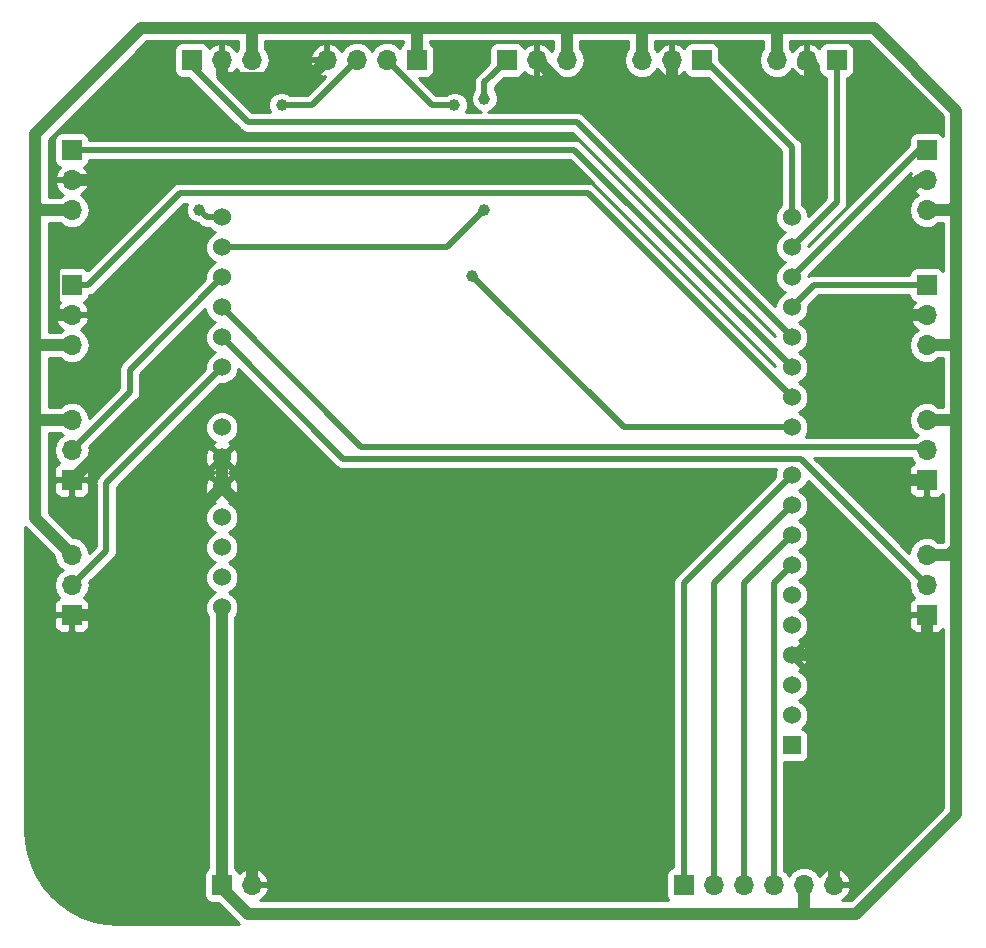
<source format=gbr>
G04 #@! TF.GenerationSoftware,KiCad,Pcbnew,(5.0.1)-4*
G04 #@! TF.CreationDate,2021-03-18T15:06:57+02:00*
G04 #@! TF.ProjectId,Motherboard,4D6F74686572626F6172642E6B696361,rev?*
G04 #@! TF.SameCoordinates,Original*
G04 #@! TF.FileFunction,Copper,L2,Bot,Signal*
G04 #@! TF.FilePolarity,Positive*
%FSLAX46Y46*%
G04 Gerber Fmt 4.6, Leading zero omitted, Abs format (unit mm)*
G04 Created by KiCad (PCBNEW (5.0.1)-4) date 2021.03.18. 15:06:57*
%MOMM*%
%LPD*%
G01*
G04 APERTURE LIST*
G04 #@! TA.AperFunction,ComponentPad*
%ADD10C,1.524000*%
G04 #@! TD*
G04 #@! TA.AperFunction,ComponentPad*
%ADD11R,1.524000X1.524000*%
G04 #@! TD*
G04 #@! TA.AperFunction,ComponentPad*
%ADD12R,1.700000X1.700000*%
G04 #@! TD*
G04 #@! TA.AperFunction,ComponentPad*
%ADD13O,1.700000X1.700000*%
G04 #@! TD*
G04 #@! TA.AperFunction,ViaPad*
%ADD14C,1.200000*%
G04 #@! TD*
G04 #@! TA.AperFunction,ViaPad*
%ADD15C,1.000000*%
G04 #@! TD*
G04 #@! TA.AperFunction,Conductor*
%ADD16C,1.000000*%
G04 #@! TD*
G04 #@! TA.AperFunction,Conductor*
%ADD17C,0.500000*%
G04 #@! TD*
G04 #@! TA.AperFunction,Conductor*
%ADD18C,0.254000*%
G04 #@! TD*
G04 APERTURE END LIST*
D10*
G04 #@! TO.P,MCU1,32*
G04 #@! TO.N,/Echo*
X107800000Y-83055000D03*
G04 #@! TO.P,MCU1,31*
G04 #@! TO.N,IR_E7*
X107800000Y-85595000D03*
G04 #@! TO.P,MCU1,30*
G04 #@! TO.N,IR_A3*
X107800000Y-88135000D03*
G04 #@! TO.P,MCU1,29*
G04 #@! TO.N,IR_A2*
X107800000Y-90675000D03*
G04 #@! TO.P,MCU1,28*
G04 #@! TO.N,IR_A1*
X107800000Y-93215000D03*
G04 #@! TO.P,MCU1,27*
G04 #@! TO.N,IR_A0*
X107800000Y-95755000D03*
G04 #@! TO.P,MCU1,26*
G04 #@! TO.N,Net-(MCU1-Pad26)*
X107800000Y-100835000D03*
G04 #@! TO.P,MCU1,25*
G04 #@! TO.N,GND*
X107800000Y-103375000D03*
G04 #@! TO.P,MCU1,24*
X107800000Y-105915000D03*
G04 #@! TO.P,MCU1,23*
G04 #@! TO.N,Net-(MCU1-Pad23)*
X107800000Y-108455000D03*
G04 #@! TO.P,MCU1,22*
G04 #@! TO.N,Net-(MCU1-Pad22)*
X107800000Y-110995000D03*
G04 #@! TO.P,MCU1,21*
G04 #@! TO.N,Net-(MCU1-Pad21)*
X107800000Y-113535000D03*
G04 #@! TO.P,MCU1,20*
G04 #@! TO.N,+5V*
X107800000Y-116075000D03*
G04 #@! TO.P,MCU1,18*
G04 #@! TO.N,IR_E0*
X156060000Y-83055000D03*
G04 #@! TO.P,MCU1,17*
G04 #@! TO.N,IR_E1*
X156060000Y-85595000D03*
G04 #@! TO.P,MCU1,16*
G04 #@! TO.N,IR_E2*
X156060000Y-88135000D03*
G04 #@! TO.P,MCU1,15*
G04 #@! TO.N,IR_E3*
X156060000Y-90675000D03*
G04 #@! TO.P,MCU1,14*
G04 #@! TO.N,IR_E4*
X156060000Y-93215000D03*
G04 #@! TO.P,MCU1,13*
G04 #@! TO.N,IR_E5*
X156060000Y-95755000D03*
G04 #@! TO.P,MCU1,12*
G04 #@! TO.N,IR_E6*
X156060000Y-98295000D03*
G04 #@! TO.P,MCU1,11*
G04 #@! TO.N,/Trig*
X156060000Y-100835000D03*
G04 #@! TO.P,MCU1,10*
G04 #@! TO.N,M1*
X156060000Y-104899000D03*
G04 #@! TO.P,MCU1,9*
G04 #@! TO.N,M2*
X156060000Y-107439000D03*
G04 #@! TO.P,MCU1,8*
G04 #@! TO.N,M3*
X156060000Y-109979000D03*
G04 #@! TO.P,MCU1,7*
G04 #@! TO.N,M4*
X156060000Y-112519000D03*
G04 #@! TO.P,MCU1,6*
G04 #@! TO.N,Net-(MCU1-Pad6)*
X156060000Y-115059000D03*
G04 #@! TO.P,MCU1,5*
G04 #@! TO.N,Net-(MCU1-Pad5)*
X156060000Y-117599000D03*
G04 #@! TO.P,MCU1,4*
G04 #@! TO.N,GND*
X156060000Y-120139000D03*
G04 #@! TO.P,MCU1,3*
G04 #@! TO.N,Net-(MCU1-Pad3)*
X156060000Y-122679000D03*
G04 #@! TO.P,MCU1,2*
G04 #@! TO.N,Net-(MCU1-Pad2)*
X156060000Y-125219000D03*
D11*
G04 #@! TO.P,MCU1,1*
G04 #@! TO.N,Net-(MCU1-Pad1)*
X156060000Y-127759000D03*
G04 #@! TD*
D12*
G04 #@! TO.P,U1,1*
G04 #@! TO.N,IR_E0*
X148440000Y-69720000D03*
D13*
G04 #@! TO.P,U1,2*
G04 #@! TO.N,GND*
X145900000Y-69720000D03*
G04 #@! TO.P,U1,3*
G04 #@! TO.N,+5V*
X143360000Y-69720000D03*
G04 #@! TD*
G04 #@! TO.P,U2,3*
G04 #@! TO.N,+5V*
X154790000Y-69720000D03*
G04 #@! TO.P,U2,2*
G04 #@! TO.N,GND*
X157330000Y-69720000D03*
D12*
G04 #@! TO.P,U2,1*
G04 #@! TO.N,IR_E1*
X159870000Y-69720000D03*
G04 #@! TD*
D13*
G04 #@! TO.P,U3,3*
G04 #@! TO.N,+5V*
X167490000Y-82420000D03*
G04 #@! TO.P,U3,2*
G04 #@! TO.N,GND*
X167490000Y-79880000D03*
D12*
G04 #@! TO.P,U3,1*
G04 #@! TO.N,IR_E2*
X167490000Y-77340000D03*
G04 #@! TD*
G04 #@! TO.P,U4,1*
G04 #@! TO.N,IR_E3*
X167490000Y-88770000D03*
D13*
G04 #@! TO.P,U4,2*
G04 #@! TO.N,GND*
X167490000Y-91310000D03*
G04 #@! TO.P,U4,3*
G04 #@! TO.N,+5V*
X167490000Y-93850000D03*
G04 #@! TD*
G04 #@! TO.P,U5,3*
G04 #@! TO.N,+5V*
X110340000Y-69720000D03*
G04 #@! TO.P,U5,2*
G04 #@! TO.N,GND*
X107800000Y-69720000D03*
D12*
G04 #@! TO.P,U5,1*
G04 #@! TO.N,IR_E4*
X105260000Y-69720000D03*
G04 #@! TD*
D13*
G04 #@! TO.P,U6,3*
G04 #@! TO.N,+5V*
X95100000Y-82420000D03*
G04 #@! TO.P,U6,2*
G04 #@! TO.N,GND*
X95100000Y-79880000D03*
D12*
G04 #@! TO.P,U6,1*
G04 #@! TO.N,IR_E5*
X95100000Y-77340000D03*
G04 #@! TD*
G04 #@! TO.P,U7,1*
G04 #@! TO.N,IR_E6*
X95100000Y-88770000D03*
D13*
G04 #@! TO.P,U7,2*
G04 #@! TO.N,GND*
X95100000Y-91310000D03*
G04 #@! TO.P,U7,3*
G04 #@! TO.N,+5V*
X95100000Y-93850000D03*
G04 #@! TD*
D12*
G04 #@! TO.P,U8,1*
G04 #@! TO.N,IR_E7*
X131930000Y-69720000D03*
D13*
G04 #@! TO.P,U8,2*
G04 #@! TO.N,GND*
X134470000Y-69720000D03*
G04 #@! TO.P,U8,3*
G04 #@! TO.N,+5V*
X137010000Y-69720000D03*
G04 #@! TD*
G04 #@! TO.P,U9,4*
G04 #@! TO.N,GND*
X116690000Y-69720000D03*
G04 #@! TO.P,U9,3*
G04 #@! TO.N,/Echo*
X119230000Y-69720000D03*
G04 #@! TO.P,U9,2*
G04 #@! TO.N,/Trig*
X121770000Y-69720000D03*
D12*
G04 #@! TO.P,U9,1*
G04 #@! TO.N,+5V*
X124310000Y-69720000D03*
G04 #@! TD*
D13*
G04 #@! TO.P,U10,10*
G04 #@! TO.N,GND*
X159620000Y-139570000D03*
G04 #@! TO.P,U10,9*
G04 #@! TO.N,+5V*
X157080000Y-139570000D03*
G04 #@! TO.P,U10,4*
G04 #@! TO.N,M4*
X154540000Y-139570000D03*
G04 #@! TO.P,U10,3*
G04 #@! TO.N,M3*
X152000000Y-139570000D03*
G04 #@! TO.P,U10,2*
G04 #@! TO.N,M2*
X149460000Y-139570000D03*
D12*
G04 #@! TO.P,U10,1*
G04 #@! TO.N,M1*
X146920000Y-139570000D03*
G04 #@! TD*
D13*
G04 #@! TO.P,U11,4*
G04 #@! TO.N,GND*
X110340000Y-139570000D03*
D12*
G04 #@! TO.P,U11,3*
G04 #@! TO.N,+5V*
X107800000Y-139570000D03*
G04 #@! TD*
D13*
G04 #@! TO.P,J3,3*
G04 #@! TO.N,+5V*
X95100000Y-111630000D03*
G04 #@! TO.P,J3,2*
G04 #@! TO.N,IR_A0*
X95100000Y-114170000D03*
D12*
G04 #@! TO.P,J3,1*
G04 #@! TO.N,GND*
X95100000Y-116710000D03*
G04 #@! TD*
G04 #@! TO.P,J4,1*
G04 #@! TO.N,GND*
X167490000Y-105280000D03*
D13*
G04 #@! TO.P,J4,2*
G04 #@! TO.N,IR_A2*
X167490000Y-102740000D03*
G04 #@! TO.P,J4,3*
G04 #@! TO.N,+5V*
X167490000Y-100200000D03*
G04 #@! TD*
G04 #@! TO.P,J7,3*
G04 #@! TO.N,+5V*
X167490000Y-111630000D03*
G04 #@! TO.P,J7,2*
G04 #@! TO.N,IR_A1*
X167490000Y-114170000D03*
D12*
G04 #@! TO.P,J7,1*
G04 #@! TO.N,GND*
X167490000Y-116710000D03*
G04 #@! TD*
G04 #@! TO.P,J8,1*
G04 #@! TO.N,GND*
X95100000Y-105280000D03*
D13*
G04 #@! TO.P,J8,2*
G04 #@! TO.N,IR_A3*
X95100000Y-102740000D03*
G04 #@! TO.P,J8,3*
G04 #@! TO.N,+5V*
X95100000Y-100200000D03*
G04 #@! TD*
D14*
G04 #@! TO.N,GND*
X160505000Y-114805000D03*
X160505000Y-104645000D03*
X160505000Y-94485000D03*
X160505000Y-86230000D03*
X157965000Y-77340000D03*
X145900000Y-77340000D03*
X112880000Y-71799999D03*
X102720000Y-79880000D03*
X102720000Y-98930000D03*
X102720000Y-110995000D03*
D15*
G04 #@! TO.N,/Echo*
X112880000Y-73530000D03*
X105895000Y-82420000D03*
G04 #@! TO.N,IR_E7*
X130025000Y-72999999D03*
X130025000Y-82420000D03*
G04 #@! TO.N,/Trig*
X129000000Y-88000000D03*
X127485000Y-73530000D03*
G04 #@! TD*
D16*
G04 #@! TO.N,GND*
X107800000Y-103375000D02*
X107800000Y-105915000D01*
X110340000Y-108455000D02*
X107800000Y-105915000D01*
X110340000Y-139570000D02*
X110340000Y-108455000D01*
X159620000Y-120374000D02*
X159385000Y-120139000D01*
X156060000Y-120139000D02*
X159385000Y-120139000D01*
X115840001Y-70569999D02*
X116690000Y-69720000D01*
X115139999Y-71270001D02*
X115840001Y-70569999D01*
X107800000Y-70922081D02*
X108147920Y-71270001D01*
X107800000Y-69720000D02*
X107800000Y-70922081D01*
X108147920Y-71270001D02*
X111610000Y-71270001D01*
X159620000Y-139570000D02*
X159620000Y-120374000D01*
X159385000Y-120139000D02*
X163000000Y-120139000D01*
X163000000Y-120139000D02*
X165911000Y-120139000D01*
X165911000Y-120139000D02*
X167490000Y-118560000D01*
X167490000Y-118560000D02*
X167490000Y-116710000D01*
X160505000Y-119885000D02*
X160505000Y-114805000D01*
X157000000Y-70050000D02*
X157330000Y-69720000D01*
X137750000Y-73000000D02*
X134470000Y-69720000D01*
X145900000Y-70922081D02*
X145900000Y-69720000D01*
D17*
X112774998Y-71799999D02*
X112245000Y-71270001D01*
X112880000Y-71799999D02*
X112774998Y-71799999D01*
D16*
X111610000Y-71270001D02*
X112245000Y-71270001D01*
X112245000Y-71270001D02*
X115139999Y-71270001D01*
X145795000Y-73000000D02*
X145900000Y-72895000D01*
X137750000Y-73000000D02*
X145795000Y-73000000D01*
X145900000Y-77340000D02*
X145900000Y-72895000D01*
X145900000Y-72895000D02*
X145900000Y-70922081D01*
X157965000Y-70355000D02*
X157330000Y-69720000D01*
X157965000Y-77340000D02*
X157965000Y-70355000D01*
X166855000Y-79880000D02*
X160505000Y-86230000D01*
X167490000Y-79880000D02*
X166855000Y-79880000D01*
X163680000Y-91310000D02*
X160505000Y-94485000D01*
X167490000Y-91310000D02*
X163680000Y-91310000D01*
X161140000Y-105280000D02*
X160505000Y-104645000D01*
X167490000Y-105280000D02*
X161140000Y-105280000D01*
X93897919Y-91310000D02*
X95100000Y-91310000D01*
X95220000Y-80000000D02*
X95100000Y-79880000D01*
X93549999Y-86450001D02*
X93549999Y-90962080D01*
X93549999Y-90962080D02*
X93897919Y-91310000D01*
X100000000Y-100380000D02*
X95100000Y-105280000D01*
X102720000Y-110995000D02*
X107800000Y-105915000D01*
X97005000Y-116710000D02*
X95100000Y-116710000D01*
X102720000Y-110995000D02*
X97005000Y-116710000D01*
X95100000Y-79880000D02*
X102720000Y-79880000D01*
X96149999Y-86450001D02*
X102720000Y-79880000D01*
X93549999Y-86450001D02*
X96149999Y-86450001D01*
X101450000Y-98930000D02*
X100000000Y-100380000D01*
X102720000Y-98930000D02*
X101450000Y-98930000D01*
D17*
G04 #@! TO.N,/Echo*
X119000000Y-69950000D02*
X119230000Y-69720000D01*
X119230000Y-69720000D02*
X115420000Y-73530000D01*
X115420000Y-73530000D02*
X112880000Y-73530000D01*
X107800000Y-83055000D02*
X106530000Y-83055000D01*
X106530000Y-83055000D02*
X105895000Y-82420000D01*
G04 #@! TO.N,IR_E7*
X132000000Y-69790000D02*
X131930000Y-69720000D01*
X131930000Y-69720000D02*
X130660000Y-70990000D01*
X130660000Y-70990000D02*
X130025000Y-71625000D01*
X130025000Y-71625000D02*
X130025000Y-72999999D01*
X130025000Y-82420000D02*
X126850000Y-85595000D01*
X107800000Y-85595000D02*
X126850000Y-85595000D01*
G04 #@! TO.N,IR_A3*
X107800000Y-88135000D02*
X100000000Y-95935000D01*
X100000000Y-97840000D02*
X95100000Y-102740000D01*
X100000000Y-95935000D02*
X100000000Y-97840000D01*
G04 #@! TO.N,IR_A2*
X119625000Y-102500000D02*
X107800000Y-90675000D01*
X167490000Y-102740000D02*
X167250000Y-102500000D01*
X167250000Y-102500000D02*
X119625000Y-102500000D01*
G04 #@! TO.N,IR_A1*
X167490000Y-114170000D02*
X156820000Y-103500000D01*
X118085000Y-103500000D02*
X107800000Y-93215000D01*
X156820000Y-103500000D02*
X118085000Y-103500000D01*
G04 #@! TO.N,IR_A0*
X107800000Y-95755000D02*
X98000000Y-105555000D01*
X98000000Y-111270000D02*
X95100000Y-114170000D01*
X98000000Y-105555000D02*
X98000000Y-111270000D01*
D16*
G04 #@! TO.N,+5V*
X101000000Y-67000000D02*
X92000000Y-76000000D01*
X170000000Y-74000000D02*
X163000000Y-67000000D01*
X92420000Y-82420000D02*
X92000000Y-82000000D01*
X95100000Y-82420000D02*
X92420000Y-82420000D01*
X92000000Y-76000000D02*
X92000000Y-82000000D01*
X92150000Y-93850000D02*
X92000000Y-94000000D01*
X95100000Y-93850000D02*
X92150000Y-93850000D01*
X92000000Y-82000000D02*
X92000000Y-94000000D01*
X92200000Y-100200000D02*
X92000000Y-100000000D01*
X95100000Y-100200000D02*
X92200000Y-100200000D01*
X92000000Y-94000000D02*
X92000000Y-100000000D01*
X92000000Y-108530000D02*
X92000000Y-100000000D01*
X95100000Y-111630000D02*
X92000000Y-108530000D01*
X107800000Y-116075000D02*
X107800000Y-139570000D01*
X110340000Y-67340000D02*
X110000000Y-67000000D01*
X110340000Y-69720000D02*
X110340000Y-67340000D01*
X110000000Y-67000000D02*
X101000000Y-67000000D01*
X124310000Y-67310000D02*
X124000000Y-67000000D01*
X124310000Y-69720000D02*
X124310000Y-67310000D01*
X124000000Y-67000000D02*
X110000000Y-67000000D01*
X137010000Y-67010000D02*
X137000000Y-67000000D01*
X137010000Y-69720000D02*
X137010000Y-67010000D01*
X137000000Y-67000000D02*
X124000000Y-67000000D01*
X143360000Y-67360000D02*
X143000000Y-67000000D01*
X143360000Y-69720000D02*
X143360000Y-67360000D01*
X143000000Y-67000000D02*
X137000000Y-67000000D01*
X154790000Y-67210000D02*
X155000000Y-67000000D01*
X154790000Y-69720000D02*
X154790000Y-67210000D01*
X163000000Y-67000000D02*
X155000000Y-67000000D01*
X155000000Y-67000000D02*
X143000000Y-67000000D01*
X169580000Y-82420000D02*
X170000000Y-82000000D01*
X167490000Y-82420000D02*
X169580000Y-82420000D01*
X170000000Y-82000000D02*
X170000000Y-74000000D01*
X169850000Y-93850000D02*
X170000000Y-94000000D01*
X167490000Y-93850000D02*
X169850000Y-93850000D01*
X170000000Y-94000000D02*
X170000000Y-82000000D01*
X169800000Y-100200000D02*
X170000000Y-100000000D01*
X167490000Y-100200000D02*
X169800000Y-100200000D01*
X170000000Y-100000000D02*
X170000000Y-94000000D01*
X169370000Y-111630000D02*
X170000000Y-111000000D01*
X167490000Y-111630000D02*
X169370000Y-111630000D01*
X170000000Y-111000000D02*
X170000000Y-100000000D01*
X170000000Y-131000000D02*
X170000000Y-111000000D01*
X170000000Y-133530000D02*
X170000000Y-131000000D01*
X161530000Y-142000000D02*
X170000000Y-133530000D01*
X107800000Y-139570000D02*
X107800000Y-139800000D01*
X107800000Y-139800000D02*
X110000000Y-142000000D01*
X157080000Y-141765000D02*
X156845000Y-142000000D01*
X157080000Y-139570000D02*
X157080000Y-141765000D01*
X110000000Y-142000000D02*
X156845000Y-142000000D01*
X156845000Y-142000000D02*
X161530000Y-142000000D01*
D17*
G04 #@! TO.N,IR_E0*
X148720000Y-69720000D02*
X148440000Y-69720000D01*
X156060000Y-83055000D02*
X156060000Y-77060000D01*
X156060000Y-77060000D02*
X148720000Y-69720000D01*
G04 #@! TO.N,IR_E1*
X159870000Y-81785000D02*
X159870000Y-69720000D01*
X156060000Y-85595000D02*
X159870000Y-81785000D01*
G04 #@! TO.N,IR_E2*
X166855000Y-77340000D02*
X167490000Y-77340000D01*
X156060000Y-88135000D02*
X166855000Y-77340000D01*
G04 #@! TO.N,IR_E3*
X157965000Y-88770000D02*
X167490000Y-88770000D01*
X156060000Y-90675000D02*
X157965000Y-88770000D01*
G04 #@! TO.N,IR_E4*
X105260000Y-70260000D02*
X105260000Y-69720000D01*
X110000000Y-75000000D02*
X105260000Y-70260000D01*
X156060000Y-93215000D02*
X137845000Y-75000000D01*
X137845000Y-75000000D02*
X110000000Y-75000000D01*
G04 #@! TO.N,IR_E5*
X137645000Y-77340000D02*
X95100000Y-77340000D01*
X156060000Y-95755000D02*
X137645000Y-77340000D01*
G04 #@! TO.N,IR_E6*
X96450000Y-88770000D02*
X104220000Y-81000000D01*
X95100000Y-88770000D02*
X96450000Y-88770000D01*
X104220000Y-81000000D02*
X138765000Y-81000000D01*
X138765000Y-81000000D02*
X156060000Y-98295000D01*
G04 #@! TO.N,/Trig*
X141835000Y-100835000D02*
X156060000Y-100835000D01*
X129000000Y-88000000D02*
X141835000Y-100835000D01*
X121770000Y-69720000D02*
X125580000Y-73530000D01*
X125580000Y-73530000D02*
X127485000Y-73530000D01*
G04 #@! TO.N,M1*
X146920000Y-114039000D02*
X146920000Y-139570000D01*
X156060000Y-104899000D02*
X146920000Y-114039000D01*
G04 #@! TO.N,M2*
X149460000Y-114039000D02*
X149460000Y-139570000D01*
X156060000Y-107439000D02*
X149460000Y-114039000D01*
G04 #@! TO.N,M3*
X152000000Y-114039000D02*
X152000000Y-139570000D01*
X156060000Y-109979000D02*
X152000000Y-114039000D01*
G04 #@! TO.N,M4*
X154540000Y-114039000D02*
X156060000Y-112519000D01*
X154540000Y-139570000D02*
X154540000Y-114039000D01*
G04 #@! TD*
D18*
G04 #@! TO.N,GND*
G36*
X117397577Y-104064156D02*
X117446951Y-104138049D01*
X117520844Y-104187423D01*
X117520845Y-104187424D01*
X117630886Y-104260951D01*
X117739690Y-104333652D01*
X117997835Y-104385000D01*
X117997839Y-104385000D01*
X118084999Y-104402337D01*
X118172159Y-104385000D01*
X154760803Y-104385000D01*
X154663000Y-104621119D01*
X154663000Y-105044421D01*
X146355847Y-113351575D01*
X146281951Y-113400951D01*
X146086348Y-113693691D01*
X146035000Y-113951836D01*
X146035000Y-113951839D01*
X146017663Y-114039000D01*
X146035000Y-114126161D01*
X146035001Y-138079522D01*
X145822235Y-138121843D01*
X145612191Y-138262191D01*
X145471843Y-138472235D01*
X145422560Y-138720000D01*
X145422560Y-140420000D01*
X145471843Y-140667765D01*
X145603632Y-140865000D01*
X111050537Y-140865000D01*
X111106924Y-140841645D01*
X111535183Y-140451358D01*
X111781486Y-139926892D01*
X111660819Y-139697000D01*
X110467000Y-139697000D01*
X110467000Y-139717000D01*
X110213000Y-139717000D01*
X110213000Y-139697000D01*
X110193000Y-139697000D01*
X110193000Y-139443000D01*
X110213000Y-139443000D01*
X110213000Y-138249845D01*
X110467000Y-138249845D01*
X110467000Y-139443000D01*
X111660819Y-139443000D01*
X111781486Y-139213108D01*
X111535183Y-138688642D01*
X111106924Y-138298355D01*
X110696890Y-138128524D01*
X110467000Y-138249845D01*
X110213000Y-138249845D01*
X109983110Y-138128524D01*
X109573076Y-138298355D01*
X109268739Y-138575708D01*
X109248157Y-138472235D01*
X109107809Y-138262191D01*
X108935000Y-138146723D01*
X108935000Y-116915657D01*
X108984320Y-116866337D01*
X109197000Y-116352881D01*
X109197000Y-115797119D01*
X108984320Y-115283663D01*
X108591337Y-114890680D01*
X108384487Y-114805000D01*
X108591337Y-114719320D01*
X108984320Y-114326337D01*
X109197000Y-113812881D01*
X109197000Y-113257119D01*
X108984320Y-112743663D01*
X108591337Y-112350680D01*
X108384487Y-112265000D01*
X108591337Y-112179320D01*
X108984320Y-111786337D01*
X109197000Y-111272881D01*
X109197000Y-110717119D01*
X108984320Y-110203663D01*
X108591337Y-109810680D01*
X108384487Y-109725000D01*
X108591337Y-109639320D01*
X108984320Y-109246337D01*
X109197000Y-108732881D01*
X109197000Y-108177119D01*
X108984320Y-107663663D01*
X108591337Y-107270680D01*
X108400353Y-107191572D01*
X108531143Y-107137397D01*
X108600608Y-106895213D01*
X107800000Y-106094605D01*
X106999392Y-106895213D01*
X107068857Y-107137397D01*
X107209393Y-107187535D01*
X107008663Y-107270680D01*
X106615680Y-107663663D01*
X106403000Y-108177119D01*
X106403000Y-108732881D01*
X106615680Y-109246337D01*
X107008663Y-109639320D01*
X107215513Y-109725000D01*
X107008663Y-109810680D01*
X106615680Y-110203663D01*
X106403000Y-110717119D01*
X106403000Y-111272881D01*
X106615680Y-111786337D01*
X107008663Y-112179320D01*
X107215513Y-112265000D01*
X107008663Y-112350680D01*
X106615680Y-112743663D01*
X106403000Y-113257119D01*
X106403000Y-113812881D01*
X106615680Y-114326337D01*
X107008663Y-114719320D01*
X107215513Y-114805000D01*
X107008663Y-114890680D01*
X106615680Y-115283663D01*
X106403000Y-115797119D01*
X106403000Y-116352881D01*
X106615680Y-116866337D01*
X106665000Y-116915657D01*
X106665001Y-138146722D01*
X106492191Y-138262191D01*
X106351843Y-138472235D01*
X106302560Y-138720000D01*
X106302560Y-140420000D01*
X106351843Y-140667765D01*
X106492191Y-140877809D01*
X106702235Y-141018157D01*
X106950000Y-141067440D01*
X107462309Y-141067440D01*
X109118389Y-142723521D01*
X109181711Y-142818289D01*
X109251619Y-142865000D01*
X99037657Y-142865000D01*
X97960133Y-142793431D01*
X96938532Y-142587439D01*
X95953154Y-142248146D01*
X95021310Y-141781514D01*
X94159365Y-141195736D01*
X93382462Y-140501106D01*
X92704254Y-139709826D01*
X92136651Y-138835796D01*
X91689633Y-137894378D01*
X91371050Y-136902107D01*
X91185444Y-135870551D01*
X91135000Y-134968301D01*
X91135000Y-116995750D01*
X93615000Y-116995750D01*
X93615000Y-117686310D01*
X93711673Y-117919699D01*
X93890302Y-118098327D01*
X94123691Y-118195000D01*
X94814250Y-118195000D01*
X94973000Y-118036250D01*
X94973000Y-116837000D01*
X95227000Y-116837000D01*
X95227000Y-118036250D01*
X95385750Y-118195000D01*
X96076309Y-118195000D01*
X96309698Y-118098327D01*
X96488327Y-117919699D01*
X96585000Y-117686310D01*
X96585000Y-116995750D01*
X96426250Y-116837000D01*
X95227000Y-116837000D01*
X94973000Y-116837000D01*
X93773750Y-116837000D01*
X93615000Y-116995750D01*
X91135000Y-116995750D01*
X91135000Y-109278381D01*
X91181711Y-109348289D01*
X91276482Y-109411613D01*
X93608513Y-111743645D01*
X93701161Y-112209418D01*
X94029375Y-112700625D01*
X94327761Y-112900000D01*
X94029375Y-113099375D01*
X93701161Y-113590582D01*
X93585908Y-114170000D01*
X93701161Y-114749418D01*
X94029375Y-115240625D01*
X94051033Y-115255096D01*
X93890302Y-115321673D01*
X93711673Y-115500301D01*
X93615000Y-115733690D01*
X93615000Y-116424250D01*
X93773750Y-116583000D01*
X94973000Y-116583000D01*
X94973000Y-116563000D01*
X95227000Y-116563000D01*
X95227000Y-116583000D01*
X96426250Y-116583000D01*
X96585000Y-116424250D01*
X96585000Y-115733690D01*
X96488327Y-115500301D01*
X96309698Y-115321673D01*
X96148967Y-115255096D01*
X96170625Y-115240625D01*
X96498839Y-114749418D01*
X96614092Y-114170000D01*
X96570538Y-113951040D01*
X98564156Y-111957423D01*
X98638049Y-111908049D01*
X98833652Y-111615310D01*
X98885000Y-111357165D01*
X98885000Y-111357161D01*
X98902337Y-111270001D01*
X98885000Y-111182841D01*
X98885000Y-105921578D01*
X99099276Y-105707302D01*
X106390856Y-105707302D01*
X106418638Y-106262368D01*
X106577603Y-106646143D01*
X106819787Y-106715608D01*
X107620395Y-105915000D01*
X107979605Y-105915000D01*
X108780213Y-106715608D01*
X109022397Y-106646143D01*
X109209144Y-106122698D01*
X109181362Y-105567632D01*
X109022397Y-105183857D01*
X108780213Y-105114392D01*
X107979605Y-105915000D01*
X107620395Y-105915000D01*
X106819787Y-105114392D01*
X106577603Y-105183857D01*
X106390856Y-105707302D01*
X99099276Y-105707302D01*
X100451365Y-104355213D01*
X106999392Y-104355213D01*
X107068857Y-104597397D01*
X107192344Y-104641453D01*
X107068857Y-104692603D01*
X106999392Y-104934787D01*
X107800000Y-105735395D01*
X108600608Y-104934787D01*
X108531143Y-104692603D01*
X108407656Y-104648547D01*
X108531143Y-104597397D01*
X108600608Y-104355213D01*
X107800000Y-103554605D01*
X106999392Y-104355213D01*
X100451365Y-104355213D01*
X101639276Y-103167302D01*
X106390856Y-103167302D01*
X106418638Y-103722368D01*
X106577603Y-104106143D01*
X106819787Y-104175608D01*
X107620395Y-103375000D01*
X107979605Y-103375000D01*
X108780213Y-104175608D01*
X109022397Y-104106143D01*
X109209144Y-103582698D01*
X109181362Y-103027632D01*
X109022397Y-102643857D01*
X108780213Y-102574392D01*
X107979605Y-103375000D01*
X107620395Y-103375000D01*
X106819787Y-102574392D01*
X106577603Y-102643857D01*
X106390856Y-103167302D01*
X101639276Y-103167302D01*
X104249459Y-100557119D01*
X106403000Y-100557119D01*
X106403000Y-101112881D01*
X106615680Y-101626337D01*
X107008663Y-102019320D01*
X107199647Y-102098428D01*
X107068857Y-102152603D01*
X106999392Y-102394787D01*
X107800000Y-103195395D01*
X108600608Y-102394787D01*
X108531143Y-102152603D01*
X108390607Y-102102465D01*
X108591337Y-102019320D01*
X108984320Y-101626337D01*
X109197000Y-101112881D01*
X109197000Y-100557119D01*
X108984320Y-100043663D01*
X108591337Y-99650680D01*
X108077881Y-99438000D01*
X107522119Y-99438000D01*
X107008663Y-99650680D01*
X106615680Y-100043663D01*
X106403000Y-100557119D01*
X104249459Y-100557119D01*
X107654579Y-97152000D01*
X108077881Y-97152000D01*
X108591337Y-96939320D01*
X108984320Y-96546337D01*
X109197000Y-96032881D01*
X109197000Y-95863578D01*
X117397577Y-104064156D01*
X117397577Y-104064156D01*
G37*
X117397577Y-104064156D02*
X117446951Y-104138049D01*
X117520844Y-104187423D01*
X117520845Y-104187424D01*
X117630886Y-104260951D01*
X117739690Y-104333652D01*
X117997835Y-104385000D01*
X117997839Y-104385000D01*
X118084999Y-104402337D01*
X118172159Y-104385000D01*
X154760803Y-104385000D01*
X154663000Y-104621119D01*
X154663000Y-105044421D01*
X146355847Y-113351575D01*
X146281951Y-113400951D01*
X146086348Y-113693691D01*
X146035000Y-113951836D01*
X146035000Y-113951839D01*
X146017663Y-114039000D01*
X146035000Y-114126161D01*
X146035001Y-138079522D01*
X145822235Y-138121843D01*
X145612191Y-138262191D01*
X145471843Y-138472235D01*
X145422560Y-138720000D01*
X145422560Y-140420000D01*
X145471843Y-140667765D01*
X145603632Y-140865000D01*
X111050537Y-140865000D01*
X111106924Y-140841645D01*
X111535183Y-140451358D01*
X111781486Y-139926892D01*
X111660819Y-139697000D01*
X110467000Y-139697000D01*
X110467000Y-139717000D01*
X110213000Y-139717000D01*
X110213000Y-139697000D01*
X110193000Y-139697000D01*
X110193000Y-139443000D01*
X110213000Y-139443000D01*
X110213000Y-138249845D01*
X110467000Y-138249845D01*
X110467000Y-139443000D01*
X111660819Y-139443000D01*
X111781486Y-139213108D01*
X111535183Y-138688642D01*
X111106924Y-138298355D01*
X110696890Y-138128524D01*
X110467000Y-138249845D01*
X110213000Y-138249845D01*
X109983110Y-138128524D01*
X109573076Y-138298355D01*
X109268739Y-138575708D01*
X109248157Y-138472235D01*
X109107809Y-138262191D01*
X108935000Y-138146723D01*
X108935000Y-116915657D01*
X108984320Y-116866337D01*
X109197000Y-116352881D01*
X109197000Y-115797119D01*
X108984320Y-115283663D01*
X108591337Y-114890680D01*
X108384487Y-114805000D01*
X108591337Y-114719320D01*
X108984320Y-114326337D01*
X109197000Y-113812881D01*
X109197000Y-113257119D01*
X108984320Y-112743663D01*
X108591337Y-112350680D01*
X108384487Y-112265000D01*
X108591337Y-112179320D01*
X108984320Y-111786337D01*
X109197000Y-111272881D01*
X109197000Y-110717119D01*
X108984320Y-110203663D01*
X108591337Y-109810680D01*
X108384487Y-109725000D01*
X108591337Y-109639320D01*
X108984320Y-109246337D01*
X109197000Y-108732881D01*
X109197000Y-108177119D01*
X108984320Y-107663663D01*
X108591337Y-107270680D01*
X108400353Y-107191572D01*
X108531143Y-107137397D01*
X108600608Y-106895213D01*
X107800000Y-106094605D01*
X106999392Y-106895213D01*
X107068857Y-107137397D01*
X107209393Y-107187535D01*
X107008663Y-107270680D01*
X106615680Y-107663663D01*
X106403000Y-108177119D01*
X106403000Y-108732881D01*
X106615680Y-109246337D01*
X107008663Y-109639320D01*
X107215513Y-109725000D01*
X107008663Y-109810680D01*
X106615680Y-110203663D01*
X106403000Y-110717119D01*
X106403000Y-111272881D01*
X106615680Y-111786337D01*
X107008663Y-112179320D01*
X107215513Y-112265000D01*
X107008663Y-112350680D01*
X106615680Y-112743663D01*
X106403000Y-113257119D01*
X106403000Y-113812881D01*
X106615680Y-114326337D01*
X107008663Y-114719320D01*
X107215513Y-114805000D01*
X107008663Y-114890680D01*
X106615680Y-115283663D01*
X106403000Y-115797119D01*
X106403000Y-116352881D01*
X106615680Y-116866337D01*
X106665000Y-116915657D01*
X106665001Y-138146722D01*
X106492191Y-138262191D01*
X106351843Y-138472235D01*
X106302560Y-138720000D01*
X106302560Y-140420000D01*
X106351843Y-140667765D01*
X106492191Y-140877809D01*
X106702235Y-141018157D01*
X106950000Y-141067440D01*
X107462309Y-141067440D01*
X109118389Y-142723521D01*
X109181711Y-142818289D01*
X109251619Y-142865000D01*
X99037657Y-142865000D01*
X97960133Y-142793431D01*
X96938532Y-142587439D01*
X95953154Y-142248146D01*
X95021310Y-141781514D01*
X94159365Y-141195736D01*
X93382462Y-140501106D01*
X92704254Y-139709826D01*
X92136651Y-138835796D01*
X91689633Y-137894378D01*
X91371050Y-136902107D01*
X91185444Y-135870551D01*
X91135000Y-134968301D01*
X91135000Y-116995750D01*
X93615000Y-116995750D01*
X93615000Y-117686310D01*
X93711673Y-117919699D01*
X93890302Y-118098327D01*
X94123691Y-118195000D01*
X94814250Y-118195000D01*
X94973000Y-118036250D01*
X94973000Y-116837000D01*
X95227000Y-116837000D01*
X95227000Y-118036250D01*
X95385750Y-118195000D01*
X96076309Y-118195000D01*
X96309698Y-118098327D01*
X96488327Y-117919699D01*
X96585000Y-117686310D01*
X96585000Y-116995750D01*
X96426250Y-116837000D01*
X95227000Y-116837000D01*
X94973000Y-116837000D01*
X93773750Y-116837000D01*
X93615000Y-116995750D01*
X91135000Y-116995750D01*
X91135000Y-109278381D01*
X91181711Y-109348289D01*
X91276482Y-109411613D01*
X93608513Y-111743645D01*
X93701161Y-112209418D01*
X94029375Y-112700625D01*
X94327761Y-112900000D01*
X94029375Y-113099375D01*
X93701161Y-113590582D01*
X93585908Y-114170000D01*
X93701161Y-114749418D01*
X94029375Y-115240625D01*
X94051033Y-115255096D01*
X93890302Y-115321673D01*
X93711673Y-115500301D01*
X93615000Y-115733690D01*
X93615000Y-116424250D01*
X93773750Y-116583000D01*
X94973000Y-116583000D01*
X94973000Y-116563000D01*
X95227000Y-116563000D01*
X95227000Y-116583000D01*
X96426250Y-116583000D01*
X96585000Y-116424250D01*
X96585000Y-115733690D01*
X96488327Y-115500301D01*
X96309698Y-115321673D01*
X96148967Y-115255096D01*
X96170625Y-115240625D01*
X96498839Y-114749418D01*
X96614092Y-114170000D01*
X96570538Y-113951040D01*
X98564156Y-111957423D01*
X98638049Y-111908049D01*
X98833652Y-111615310D01*
X98885000Y-111357165D01*
X98885000Y-111357161D01*
X98902337Y-111270001D01*
X98885000Y-111182841D01*
X98885000Y-105921578D01*
X99099276Y-105707302D01*
X106390856Y-105707302D01*
X106418638Y-106262368D01*
X106577603Y-106646143D01*
X106819787Y-106715608D01*
X107620395Y-105915000D01*
X107979605Y-105915000D01*
X108780213Y-106715608D01*
X109022397Y-106646143D01*
X109209144Y-106122698D01*
X109181362Y-105567632D01*
X109022397Y-105183857D01*
X108780213Y-105114392D01*
X107979605Y-105915000D01*
X107620395Y-105915000D01*
X106819787Y-105114392D01*
X106577603Y-105183857D01*
X106390856Y-105707302D01*
X99099276Y-105707302D01*
X100451365Y-104355213D01*
X106999392Y-104355213D01*
X107068857Y-104597397D01*
X107192344Y-104641453D01*
X107068857Y-104692603D01*
X106999392Y-104934787D01*
X107800000Y-105735395D01*
X108600608Y-104934787D01*
X108531143Y-104692603D01*
X108407656Y-104648547D01*
X108531143Y-104597397D01*
X108600608Y-104355213D01*
X107800000Y-103554605D01*
X106999392Y-104355213D01*
X100451365Y-104355213D01*
X101639276Y-103167302D01*
X106390856Y-103167302D01*
X106418638Y-103722368D01*
X106577603Y-104106143D01*
X106819787Y-104175608D01*
X107620395Y-103375000D01*
X107979605Y-103375000D01*
X108780213Y-104175608D01*
X109022397Y-104106143D01*
X109209144Y-103582698D01*
X109181362Y-103027632D01*
X109022397Y-102643857D01*
X108780213Y-102574392D01*
X107979605Y-103375000D01*
X107620395Y-103375000D01*
X106819787Y-102574392D01*
X106577603Y-102643857D01*
X106390856Y-103167302D01*
X101639276Y-103167302D01*
X104249459Y-100557119D01*
X106403000Y-100557119D01*
X106403000Y-101112881D01*
X106615680Y-101626337D01*
X107008663Y-102019320D01*
X107199647Y-102098428D01*
X107068857Y-102152603D01*
X106999392Y-102394787D01*
X107800000Y-103195395D01*
X108600608Y-102394787D01*
X108531143Y-102152603D01*
X108390607Y-102102465D01*
X108591337Y-102019320D01*
X108984320Y-101626337D01*
X109197000Y-101112881D01*
X109197000Y-100557119D01*
X108984320Y-100043663D01*
X108591337Y-99650680D01*
X108077881Y-99438000D01*
X107522119Y-99438000D01*
X107008663Y-99650680D01*
X106615680Y-100043663D01*
X106403000Y-100557119D01*
X104249459Y-100557119D01*
X107654579Y-97152000D01*
X108077881Y-97152000D01*
X108591337Y-96939320D01*
X108984320Y-96546337D01*
X109197000Y-96032881D01*
X109197000Y-95863578D01*
X117397577Y-104064156D01*
G36*
X166019462Y-113951041D02*
X165975908Y-114170000D01*
X166091161Y-114749418D01*
X166419375Y-115240625D01*
X166441033Y-115255096D01*
X166280302Y-115321673D01*
X166101673Y-115500301D01*
X166005000Y-115733690D01*
X166005000Y-116424250D01*
X166163750Y-116583000D01*
X167363000Y-116583000D01*
X167363000Y-116563000D01*
X167617000Y-116563000D01*
X167617000Y-116583000D01*
X167637000Y-116583000D01*
X167637000Y-116837000D01*
X167617000Y-116837000D01*
X167617000Y-118036250D01*
X167775750Y-118195000D01*
X168466309Y-118195000D01*
X168699698Y-118098327D01*
X168865001Y-117933025D01*
X168865000Y-131111782D01*
X168865001Y-131111787D01*
X168865000Y-133059868D01*
X161059869Y-140865000D01*
X160330537Y-140865000D01*
X160386924Y-140841645D01*
X160815183Y-140451358D01*
X161061486Y-139926892D01*
X160940819Y-139697000D01*
X159747000Y-139697000D01*
X159747000Y-139717000D01*
X159493000Y-139717000D01*
X159493000Y-139697000D01*
X159473000Y-139697000D01*
X159473000Y-139443000D01*
X159493000Y-139443000D01*
X159493000Y-138249845D01*
X159747000Y-138249845D01*
X159747000Y-139443000D01*
X160940819Y-139443000D01*
X161061486Y-139213108D01*
X160815183Y-138688642D01*
X160386924Y-138298355D01*
X159976890Y-138128524D01*
X159747000Y-138249845D01*
X159493000Y-138249845D01*
X159263110Y-138128524D01*
X158853076Y-138298355D01*
X158424817Y-138688642D01*
X158363843Y-138818478D01*
X158150625Y-138499375D01*
X157659418Y-138171161D01*
X157226256Y-138085000D01*
X156933744Y-138085000D01*
X156500582Y-138171161D01*
X156009375Y-138499375D01*
X155810000Y-138797761D01*
X155610625Y-138499375D01*
X155425000Y-138375344D01*
X155425000Y-129168440D01*
X156822000Y-129168440D01*
X157069765Y-129119157D01*
X157279809Y-128978809D01*
X157420157Y-128768765D01*
X157469440Y-128521000D01*
X157469440Y-126997000D01*
X157420157Y-126749235D01*
X157279809Y-126539191D01*
X157069765Y-126398843D01*
X156891310Y-126363347D01*
X157244320Y-126010337D01*
X157457000Y-125496881D01*
X157457000Y-124941119D01*
X157244320Y-124427663D01*
X156851337Y-124034680D01*
X156644487Y-123949000D01*
X156851337Y-123863320D01*
X157244320Y-123470337D01*
X157457000Y-122956881D01*
X157457000Y-122401119D01*
X157244320Y-121887663D01*
X156851337Y-121494680D01*
X156660353Y-121415572D01*
X156791143Y-121361397D01*
X156860608Y-121119213D01*
X156060000Y-120318605D01*
X156045858Y-120332748D01*
X155866253Y-120153143D01*
X155880395Y-120139000D01*
X156239605Y-120139000D01*
X157040213Y-120939608D01*
X157282397Y-120870143D01*
X157469144Y-120346698D01*
X157441362Y-119791632D01*
X157282397Y-119407857D01*
X157040213Y-119338392D01*
X156239605Y-120139000D01*
X155880395Y-120139000D01*
X155866253Y-120124858D01*
X156045858Y-119945253D01*
X156060000Y-119959395D01*
X156860608Y-119158787D01*
X156791143Y-118916603D01*
X156650607Y-118866465D01*
X156851337Y-118783320D01*
X157244320Y-118390337D01*
X157457000Y-117876881D01*
X157457000Y-117321119D01*
X157322229Y-116995750D01*
X166005000Y-116995750D01*
X166005000Y-117686310D01*
X166101673Y-117919699D01*
X166280302Y-118098327D01*
X166513691Y-118195000D01*
X167204250Y-118195000D01*
X167363000Y-118036250D01*
X167363000Y-116837000D01*
X166163750Y-116837000D01*
X166005000Y-116995750D01*
X157322229Y-116995750D01*
X157244320Y-116807663D01*
X156851337Y-116414680D01*
X156644487Y-116329000D01*
X156851337Y-116243320D01*
X157244320Y-115850337D01*
X157457000Y-115336881D01*
X157457000Y-114781119D01*
X157244320Y-114267663D01*
X156851337Y-113874680D01*
X156644487Y-113789000D01*
X156851337Y-113703320D01*
X157244320Y-113310337D01*
X157457000Y-112796881D01*
X157457000Y-112241119D01*
X157244320Y-111727663D01*
X156851337Y-111334680D01*
X156644487Y-111249000D01*
X156851337Y-111163320D01*
X157244320Y-110770337D01*
X157457000Y-110256881D01*
X157457000Y-109701119D01*
X157244320Y-109187663D01*
X156851337Y-108794680D01*
X156644487Y-108709000D01*
X156851337Y-108623320D01*
X157244320Y-108230337D01*
X157457000Y-107716881D01*
X157457000Y-107161119D01*
X157244320Y-106647663D01*
X156851337Y-106254680D01*
X156644487Y-106169000D01*
X156851337Y-106083320D01*
X157244320Y-105690337D01*
X157394995Y-105326574D01*
X166019462Y-113951041D01*
X166019462Y-113951041D01*
G37*
X166019462Y-113951041D02*
X165975908Y-114170000D01*
X166091161Y-114749418D01*
X166419375Y-115240625D01*
X166441033Y-115255096D01*
X166280302Y-115321673D01*
X166101673Y-115500301D01*
X166005000Y-115733690D01*
X166005000Y-116424250D01*
X166163750Y-116583000D01*
X167363000Y-116583000D01*
X167363000Y-116563000D01*
X167617000Y-116563000D01*
X167617000Y-116583000D01*
X167637000Y-116583000D01*
X167637000Y-116837000D01*
X167617000Y-116837000D01*
X167617000Y-118036250D01*
X167775750Y-118195000D01*
X168466309Y-118195000D01*
X168699698Y-118098327D01*
X168865001Y-117933025D01*
X168865000Y-131111782D01*
X168865001Y-131111787D01*
X168865000Y-133059868D01*
X161059869Y-140865000D01*
X160330537Y-140865000D01*
X160386924Y-140841645D01*
X160815183Y-140451358D01*
X161061486Y-139926892D01*
X160940819Y-139697000D01*
X159747000Y-139697000D01*
X159747000Y-139717000D01*
X159493000Y-139717000D01*
X159493000Y-139697000D01*
X159473000Y-139697000D01*
X159473000Y-139443000D01*
X159493000Y-139443000D01*
X159493000Y-138249845D01*
X159747000Y-138249845D01*
X159747000Y-139443000D01*
X160940819Y-139443000D01*
X161061486Y-139213108D01*
X160815183Y-138688642D01*
X160386924Y-138298355D01*
X159976890Y-138128524D01*
X159747000Y-138249845D01*
X159493000Y-138249845D01*
X159263110Y-138128524D01*
X158853076Y-138298355D01*
X158424817Y-138688642D01*
X158363843Y-138818478D01*
X158150625Y-138499375D01*
X157659418Y-138171161D01*
X157226256Y-138085000D01*
X156933744Y-138085000D01*
X156500582Y-138171161D01*
X156009375Y-138499375D01*
X155810000Y-138797761D01*
X155610625Y-138499375D01*
X155425000Y-138375344D01*
X155425000Y-129168440D01*
X156822000Y-129168440D01*
X157069765Y-129119157D01*
X157279809Y-128978809D01*
X157420157Y-128768765D01*
X157469440Y-128521000D01*
X157469440Y-126997000D01*
X157420157Y-126749235D01*
X157279809Y-126539191D01*
X157069765Y-126398843D01*
X156891310Y-126363347D01*
X157244320Y-126010337D01*
X157457000Y-125496881D01*
X157457000Y-124941119D01*
X157244320Y-124427663D01*
X156851337Y-124034680D01*
X156644487Y-123949000D01*
X156851337Y-123863320D01*
X157244320Y-123470337D01*
X157457000Y-122956881D01*
X157457000Y-122401119D01*
X157244320Y-121887663D01*
X156851337Y-121494680D01*
X156660353Y-121415572D01*
X156791143Y-121361397D01*
X156860608Y-121119213D01*
X156060000Y-120318605D01*
X156045858Y-120332748D01*
X155866253Y-120153143D01*
X155880395Y-120139000D01*
X156239605Y-120139000D01*
X157040213Y-120939608D01*
X157282397Y-120870143D01*
X157469144Y-120346698D01*
X157441362Y-119791632D01*
X157282397Y-119407857D01*
X157040213Y-119338392D01*
X156239605Y-120139000D01*
X155880395Y-120139000D01*
X155866253Y-120124858D01*
X156045858Y-119945253D01*
X156060000Y-119959395D01*
X156860608Y-119158787D01*
X156791143Y-118916603D01*
X156650607Y-118866465D01*
X156851337Y-118783320D01*
X157244320Y-118390337D01*
X157457000Y-117876881D01*
X157457000Y-117321119D01*
X157322229Y-116995750D01*
X166005000Y-116995750D01*
X166005000Y-117686310D01*
X166101673Y-117919699D01*
X166280302Y-118098327D01*
X166513691Y-118195000D01*
X167204250Y-118195000D01*
X167363000Y-118036250D01*
X167363000Y-116837000D01*
X166163750Y-116837000D01*
X166005000Y-116995750D01*
X157322229Y-116995750D01*
X157244320Y-116807663D01*
X156851337Y-116414680D01*
X156644487Y-116329000D01*
X156851337Y-116243320D01*
X157244320Y-115850337D01*
X157457000Y-115336881D01*
X157457000Y-114781119D01*
X157244320Y-114267663D01*
X156851337Y-113874680D01*
X156644487Y-113789000D01*
X156851337Y-113703320D01*
X157244320Y-113310337D01*
X157457000Y-112796881D01*
X157457000Y-112241119D01*
X157244320Y-111727663D01*
X156851337Y-111334680D01*
X156644487Y-111249000D01*
X156851337Y-111163320D01*
X157244320Y-110770337D01*
X157457000Y-110256881D01*
X157457000Y-109701119D01*
X157244320Y-109187663D01*
X156851337Y-108794680D01*
X156644487Y-108709000D01*
X156851337Y-108623320D01*
X157244320Y-108230337D01*
X157457000Y-107716881D01*
X157457000Y-107161119D01*
X157244320Y-106647663D01*
X156851337Y-106254680D01*
X156644487Y-106169000D01*
X156851337Y-106083320D01*
X157244320Y-105690337D01*
X157394995Y-105326574D01*
X166019462Y-113951041D01*
G36*
X106403000Y-90952881D02*
X106615680Y-91466337D01*
X107008663Y-91859320D01*
X107215513Y-91945000D01*
X107008663Y-92030680D01*
X106615680Y-92423663D01*
X106403000Y-92937119D01*
X106403000Y-93492881D01*
X106615680Y-94006337D01*
X107008663Y-94399320D01*
X107215513Y-94485000D01*
X107008663Y-94570680D01*
X106615680Y-94963663D01*
X106403000Y-95477119D01*
X106403000Y-95900421D01*
X97435847Y-104867575D01*
X97361951Y-104916951D01*
X97166348Y-105209691D01*
X97115000Y-105467836D01*
X97115000Y-105467839D01*
X97097663Y-105555000D01*
X97115000Y-105642161D01*
X97115001Y-110903420D01*
X96576651Y-111441770D01*
X96498839Y-111050582D01*
X96170625Y-110559375D01*
X95679418Y-110231161D01*
X95246256Y-110145000D01*
X95220132Y-110145000D01*
X93135000Y-108059869D01*
X93135000Y-105565750D01*
X93615000Y-105565750D01*
X93615000Y-106256310D01*
X93711673Y-106489699D01*
X93890302Y-106668327D01*
X94123691Y-106765000D01*
X94814250Y-106765000D01*
X94973000Y-106606250D01*
X94973000Y-105407000D01*
X95227000Y-105407000D01*
X95227000Y-106606250D01*
X95385750Y-106765000D01*
X96076309Y-106765000D01*
X96309698Y-106668327D01*
X96488327Y-106489699D01*
X96585000Y-106256310D01*
X96585000Y-105565750D01*
X96426250Y-105407000D01*
X95227000Y-105407000D01*
X94973000Y-105407000D01*
X93773750Y-105407000D01*
X93615000Y-105565750D01*
X93135000Y-105565750D01*
X93135000Y-101335000D01*
X94125719Y-101335000D01*
X94327761Y-101470000D01*
X94029375Y-101669375D01*
X93701161Y-102160582D01*
X93585908Y-102740000D01*
X93701161Y-103319418D01*
X94029375Y-103810625D01*
X94051033Y-103825096D01*
X93890302Y-103891673D01*
X93711673Y-104070301D01*
X93615000Y-104303690D01*
X93615000Y-104994250D01*
X93773750Y-105153000D01*
X94973000Y-105153000D01*
X94973000Y-105133000D01*
X95227000Y-105133000D01*
X95227000Y-105153000D01*
X96426250Y-105153000D01*
X96585000Y-104994250D01*
X96585000Y-104303690D01*
X96488327Y-104070301D01*
X96309698Y-103891673D01*
X96148967Y-103825096D01*
X96170625Y-103810625D01*
X96498839Y-103319418D01*
X96614092Y-102740000D01*
X96570538Y-102521040D01*
X100564156Y-98527423D01*
X100638049Y-98478049D01*
X100833652Y-98185310D01*
X100885000Y-97927165D01*
X100885000Y-97927161D01*
X100902337Y-97840001D01*
X100885000Y-97752841D01*
X100885000Y-96301578D01*
X106403000Y-90783579D01*
X106403000Y-90952881D01*
X106403000Y-90952881D01*
G37*
X106403000Y-90952881D02*
X106615680Y-91466337D01*
X107008663Y-91859320D01*
X107215513Y-91945000D01*
X107008663Y-92030680D01*
X106615680Y-92423663D01*
X106403000Y-92937119D01*
X106403000Y-93492881D01*
X106615680Y-94006337D01*
X107008663Y-94399320D01*
X107215513Y-94485000D01*
X107008663Y-94570680D01*
X106615680Y-94963663D01*
X106403000Y-95477119D01*
X106403000Y-95900421D01*
X97435847Y-104867575D01*
X97361951Y-104916951D01*
X97166348Y-105209691D01*
X97115000Y-105467836D01*
X97115000Y-105467839D01*
X97097663Y-105555000D01*
X97115000Y-105642161D01*
X97115001Y-110903420D01*
X96576651Y-111441770D01*
X96498839Y-111050582D01*
X96170625Y-110559375D01*
X95679418Y-110231161D01*
X95246256Y-110145000D01*
X95220132Y-110145000D01*
X93135000Y-108059869D01*
X93135000Y-105565750D01*
X93615000Y-105565750D01*
X93615000Y-106256310D01*
X93711673Y-106489699D01*
X93890302Y-106668327D01*
X94123691Y-106765000D01*
X94814250Y-106765000D01*
X94973000Y-106606250D01*
X94973000Y-105407000D01*
X95227000Y-105407000D01*
X95227000Y-106606250D01*
X95385750Y-106765000D01*
X96076309Y-106765000D01*
X96309698Y-106668327D01*
X96488327Y-106489699D01*
X96585000Y-106256310D01*
X96585000Y-105565750D01*
X96426250Y-105407000D01*
X95227000Y-105407000D01*
X94973000Y-105407000D01*
X93773750Y-105407000D01*
X93615000Y-105565750D01*
X93135000Y-105565750D01*
X93135000Y-101335000D01*
X94125719Y-101335000D01*
X94327761Y-101470000D01*
X94029375Y-101669375D01*
X93701161Y-102160582D01*
X93585908Y-102740000D01*
X93701161Y-103319418D01*
X94029375Y-103810625D01*
X94051033Y-103825096D01*
X93890302Y-103891673D01*
X93711673Y-104070301D01*
X93615000Y-104303690D01*
X93615000Y-104994250D01*
X93773750Y-105153000D01*
X94973000Y-105153000D01*
X94973000Y-105133000D01*
X95227000Y-105133000D01*
X95227000Y-105153000D01*
X96426250Y-105153000D01*
X96585000Y-104994250D01*
X96585000Y-104303690D01*
X96488327Y-104070301D01*
X96309698Y-103891673D01*
X96148967Y-103825096D01*
X96170625Y-103810625D01*
X96498839Y-103319418D01*
X96614092Y-102740000D01*
X96570538Y-102521040D01*
X100564156Y-98527423D01*
X100638049Y-98478049D01*
X100833652Y-98185310D01*
X100885000Y-97927165D01*
X100885000Y-97927161D01*
X100902337Y-97840001D01*
X100885000Y-97752841D01*
X100885000Y-96301578D01*
X106403000Y-90783579D01*
X106403000Y-90952881D01*
G36*
X166419375Y-103810625D02*
X166441033Y-103825096D01*
X166280302Y-103891673D01*
X166101673Y-104070301D01*
X166005000Y-104303690D01*
X166005000Y-104994250D01*
X166163750Y-105153000D01*
X167363000Y-105153000D01*
X167363000Y-105133000D01*
X167617000Y-105133000D01*
X167617000Y-105153000D01*
X167637000Y-105153000D01*
X167637000Y-105407000D01*
X167617000Y-105407000D01*
X167617000Y-106606250D01*
X167775750Y-106765000D01*
X168466309Y-106765000D01*
X168699698Y-106668327D01*
X168865000Y-106503026D01*
X168865000Y-110495000D01*
X168464281Y-110495000D01*
X168069418Y-110231161D01*
X167636256Y-110145000D01*
X167343744Y-110145000D01*
X166910582Y-110231161D01*
X166419375Y-110559375D01*
X166091161Y-111050582D01*
X166013349Y-111441770D01*
X160137329Y-105565750D01*
X166005000Y-105565750D01*
X166005000Y-106256310D01*
X166101673Y-106489699D01*
X166280302Y-106668327D01*
X166513691Y-106765000D01*
X167204250Y-106765000D01*
X167363000Y-106606250D01*
X167363000Y-105407000D01*
X166163750Y-105407000D01*
X166005000Y-105565750D01*
X160137329Y-105565750D01*
X157956578Y-103385000D01*
X166134981Y-103385000D01*
X166419375Y-103810625D01*
X166419375Y-103810625D01*
G37*
X166419375Y-103810625D02*
X166441033Y-103825096D01*
X166280302Y-103891673D01*
X166101673Y-104070301D01*
X166005000Y-104303690D01*
X166005000Y-104994250D01*
X166163750Y-105153000D01*
X167363000Y-105153000D01*
X167363000Y-105133000D01*
X167617000Y-105133000D01*
X167617000Y-105153000D01*
X167637000Y-105153000D01*
X167637000Y-105407000D01*
X167617000Y-105407000D01*
X167617000Y-106606250D01*
X167775750Y-106765000D01*
X168466309Y-106765000D01*
X168699698Y-106668327D01*
X168865000Y-106503026D01*
X168865000Y-110495000D01*
X168464281Y-110495000D01*
X168069418Y-110231161D01*
X167636256Y-110145000D01*
X167343744Y-110145000D01*
X166910582Y-110231161D01*
X166419375Y-110559375D01*
X166091161Y-111050582D01*
X166013349Y-111441770D01*
X160137329Y-105565750D01*
X166005000Y-105565750D01*
X166005000Y-106256310D01*
X166101673Y-106489699D01*
X166280302Y-106668327D01*
X166513691Y-106765000D01*
X167204250Y-106765000D01*
X167363000Y-106606250D01*
X167363000Y-105407000D01*
X166163750Y-105407000D01*
X166005000Y-105565750D01*
X160137329Y-105565750D01*
X157956578Y-103385000D01*
X166134981Y-103385000D01*
X166419375Y-103810625D01*
G36*
X166041843Y-89867765D02*
X166182191Y-90077809D01*
X166392235Y-90218157D01*
X166495708Y-90238739D01*
X166218355Y-90543076D01*
X166048524Y-90953110D01*
X166169845Y-91183000D01*
X167363000Y-91183000D01*
X167363000Y-91163000D01*
X167617000Y-91163000D01*
X167617000Y-91183000D01*
X167637000Y-91183000D01*
X167637000Y-91437000D01*
X167617000Y-91437000D01*
X167617000Y-91457000D01*
X167363000Y-91457000D01*
X167363000Y-91437000D01*
X166169845Y-91437000D01*
X166048524Y-91666890D01*
X166218355Y-92076924D01*
X166608642Y-92505183D01*
X166738478Y-92566157D01*
X166419375Y-92779375D01*
X166091161Y-93270582D01*
X165975908Y-93850000D01*
X166091161Y-94429418D01*
X166419375Y-94920625D01*
X166910582Y-95248839D01*
X167343744Y-95335000D01*
X167636256Y-95335000D01*
X168069418Y-95248839D01*
X168464281Y-94985000D01*
X168865001Y-94985000D01*
X168865000Y-99065000D01*
X168464281Y-99065000D01*
X168069418Y-98801161D01*
X167636256Y-98715000D01*
X167343744Y-98715000D01*
X166910582Y-98801161D01*
X166419375Y-99129375D01*
X166091161Y-99620582D01*
X165975908Y-100200000D01*
X166091161Y-100779418D01*
X166419375Y-101270625D01*
X166717761Y-101470000D01*
X166500753Y-101615000D01*
X157249016Y-101615000D01*
X157457000Y-101112881D01*
X157457000Y-100557119D01*
X157244320Y-100043663D01*
X156851337Y-99650680D01*
X156644487Y-99565000D01*
X156851337Y-99479320D01*
X157244320Y-99086337D01*
X157457000Y-98572881D01*
X157457000Y-98017119D01*
X157244320Y-97503663D01*
X156851337Y-97110680D01*
X156644487Y-97025000D01*
X156851337Y-96939320D01*
X157244320Y-96546337D01*
X157457000Y-96032881D01*
X157457000Y-95477119D01*
X157244320Y-94963663D01*
X156851337Y-94570680D01*
X156644487Y-94485000D01*
X156851337Y-94399320D01*
X157244320Y-94006337D01*
X157457000Y-93492881D01*
X157457000Y-92937119D01*
X157244320Y-92423663D01*
X156851337Y-92030680D01*
X156644487Y-91945000D01*
X156851337Y-91859320D01*
X157244320Y-91466337D01*
X157457000Y-90952881D01*
X157457000Y-90529578D01*
X158331579Y-89655000D01*
X165999522Y-89655000D01*
X166041843Y-89867765D01*
X166041843Y-89867765D01*
G37*
X166041843Y-89867765D02*
X166182191Y-90077809D01*
X166392235Y-90218157D01*
X166495708Y-90238739D01*
X166218355Y-90543076D01*
X166048524Y-90953110D01*
X166169845Y-91183000D01*
X167363000Y-91183000D01*
X167363000Y-91163000D01*
X167617000Y-91163000D01*
X167617000Y-91183000D01*
X167637000Y-91183000D01*
X167637000Y-91437000D01*
X167617000Y-91437000D01*
X167617000Y-91457000D01*
X167363000Y-91457000D01*
X167363000Y-91437000D01*
X166169845Y-91437000D01*
X166048524Y-91666890D01*
X166218355Y-92076924D01*
X166608642Y-92505183D01*
X166738478Y-92566157D01*
X166419375Y-92779375D01*
X166091161Y-93270582D01*
X165975908Y-93850000D01*
X166091161Y-94429418D01*
X166419375Y-94920625D01*
X166910582Y-95248839D01*
X167343744Y-95335000D01*
X167636256Y-95335000D01*
X168069418Y-95248839D01*
X168464281Y-94985000D01*
X168865001Y-94985000D01*
X168865000Y-99065000D01*
X168464281Y-99065000D01*
X168069418Y-98801161D01*
X167636256Y-98715000D01*
X167343744Y-98715000D01*
X166910582Y-98801161D01*
X166419375Y-99129375D01*
X166091161Y-99620582D01*
X165975908Y-100200000D01*
X166091161Y-100779418D01*
X166419375Y-101270625D01*
X166717761Y-101470000D01*
X166500753Y-101615000D01*
X157249016Y-101615000D01*
X157457000Y-101112881D01*
X157457000Y-100557119D01*
X157244320Y-100043663D01*
X156851337Y-99650680D01*
X156644487Y-99565000D01*
X156851337Y-99479320D01*
X157244320Y-99086337D01*
X157457000Y-98572881D01*
X157457000Y-98017119D01*
X157244320Y-97503663D01*
X156851337Y-97110680D01*
X156644487Y-97025000D01*
X156851337Y-96939320D01*
X157244320Y-96546337D01*
X157457000Y-96032881D01*
X157457000Y-95477119D01*
X157244320Y-94963663D01*
X156851337Y-94570680D01*
X156644487Y-94485000D01*
X156851337Y-94399320D01*
X157244320Y-94006337D01*
X157457000Y-93492881D01*
X157457000Y-92937119D01*
X157244320Y-92423663D01*
X156851337Y-92030680D01*
X156644487Y-91945000D01*
X156851337Y-91859320D01*
X157244320Y-91466337D01*
X157457000Y-90952881D01*
X157457000Y-90529578D01*
X158331579Y-89655000D01*
X165999522Y-89655000D01*
X166041843Y-89867765D01*
G36*
X109205000Y-68745718D02*
X109056157Y-68968478D01*
X108995183Y-68838642D01*
X108566924Y-68448355D01*
X108156890Y-68278524D01*
X107927000Y-68399845D01*
X107927000Y-69593000D01*
X107947000Y-69593000D01*
X107947000Y-69847000D01*
X107927000Y-69847000D01*
X107927000Y-71040155D01*
X108156890Y-71161476D01*
X108566924Y-70991645D01*
X108995183Y-70601358D01*
X109056157Y-70471522D01*
X109269375Y-70790625D01*
X109760582Y-71118839D01*
X110193744Y-71205000D01*
X110486256Y-71205000D01*
X110919418Y-71118839D01*
X111410625Y-70790625D01*
X111738839Y-70299418D01*
X111854092Y-69720000D01*
X111783103Y-69363108D01*
X115248514Y-69363108D01*
X115369181Y-69593000D01*
X116563000Y-69593000D01*
X116563000Y-68399845D01*
X116333110Y-68278524D01*
X115923076Y-68448355D01*
X115494817Y-68838642D01*
X115248514Y-69363108D01*
X111783103Y-69363108D01*
X111738839Y-69140582D01*
X111475000Y-68745719D01*
X111475000Y-68135000D01*
X123175001Y-68135000D01*
X123175001Y-68296722D01*
X123002191Y-68412191D01*
X122861843Y-68622235D01*
X122852816Y-68667619D01*
X122840625Y-68649375D01*
X122349418Y-68321161D01*
X121916256Y-68235000D01*
X121623744Y-68235000D01*
X121190582Y-68321161D01*
X120699375Y-68649375D01*
X120500000Y-68947761D01*
X120300625Y-68649375D01*
X119809418Y-68321161D01*
X119376256Y-68235000D01*
X119083744Y-68235000D01*
X118650582Y-68321161D01*
X118159375Y-68649375D01*
X117946157Y-68968478D01*
X117885183Y-68838642D01*
X117456924Y-68448355D01*
X117046890Y-68278524D01*
X116817000Y-68399845D01*
X116817000Y-69593000D01*
X116837000Y-69593000D01*
X116837000Y-69847000D01*
X116817000Y-69847000D01*
X116817000Y-69867000D01*
X116563000Y-69867000D01*
X116563000Y-69847000D01*
X115369181Y-69847000D01*
X115248514Y-70076892D01*
X115494817Y-70601358D01*
X115923076Y-70991645D01*
X116333110Y-71161476D01*
X116562998Y-71040156D01*
X116562998Y-71135423D01*
X115053422Y-72645000D01*
X113600133Y-72645000D01*
X113522926Y-72567793D01*
X113105766Y-72395000D01*
X112654234Y-72395000D01*
X112237074Y-72567793D01*
X111917793Y-72887074D01*
X111745000Y-73304234D01*
X111745000Y-73755766D01*
X111893799Y-74115000D01*
X110366579Y-74115000D01*
X107391804Y-71140226D01*
X107443110Y-71161476D01*
X107673000Y-71040155D01*
X107673000Y-69847000D01*
X107653000Y-69847000D01*
X107653000Y-69593000D01*
X107673000Y-69593000D01*
X107673000Y-68399845D01*
X107443110Y-68278524D01*
X107033076Y-68448355D01*
X106728739Y-68725708D01*
X106708157Y-68622235D01*
X106567809Y-68412191D01*
X106357765Y-68271843D01*
X106110000Y-68222560D01*
X104410000Y-68222560D01*
X104162235Y-68271843D01*
X103952191Y-68412191D01*
X103811843Y-68622235D01*
X103762560Y-68870000D01*
X103762560Y-70570000D01*
X103811843Y-70817765D01*
X103952191Y-71027809D01*
X104162235Y-71168157D01*
X104410000Y-71217440D01*
X104965862Y-71217440D01*
X109312577Y-75564156D01*
X109361951Y-75638049D01*
X109435844Y-75687423D01*
X109435845Y-75687424D01*
X109546880Y-75761615D01*
X109654690Y-75833652D01*
X109912835Y-75885000D01*
X109912839Y-75885000D01*
X109999999Y-75902337D01*
X110087159Y-75885000D01*
X137478422Y-75885000D01*
X154663000Y-93069579D01*
X154663000Y-93106421D01*
X138332425Y-76775847D01*
X138283049Y-76701951D01*
X137990310Y-76506348D01*
X137732165Y-76455000D01*
X137732161Y-76455000D01*
X137645000Y-76437663D01*
X137557839Y-76455000D01*
X96590478Y-76455000D01*
X96548157Y-76242235D01*
X96407809Y-76032191D01*
X96197765Y-75891843D01*
X95950000Y-75842560D01*
X94250000Y-75842560D01*
X94002235Y-75891843D01*
X93792191Y-76032191D01*
X93651843Y-76242235D01*
X93602560Y-76490000D01*
X93602560Y-78190000D01*
X93651843Y-78437765D01*
X93792191Y-78647809D01*
X94002235Y-78788157D01*
X94105708Y-78808739D01*
X93828355Y-79113076D01*
X93658524Y-79523110D01*
X93779845Y-79753000D01*
X94973000Y-79753000D01*
X94973000Y-79733000D01*
X95227000Y-79733000D01*
X95227000Y-79753000D01*
X96420155Y-79753000D01*
X96541476Y-79523110D01*
X96371645Y-79113076D01*
X96094292Y-78808739D01*
X96197765Y-78788157D01*
X96407809Y-78647809D01*
X96548157Y-78437765D01*
X96590478Y-78225000D01*
X137278422Y-78225000D01*
X154663000Y-95609579D01*
X154663000Y-95646421D01*
X139452425Y-80435847D01*
X139403049Y-80361951D01*
X139110310Y-80166348D01*
X138852165Y-80115000D01*
X138852161Y-80115000D01*
X138765000Y-80097663D01*
X138677839Y-80115000D01*
X104307159Y-80115000D01*
X104219999Y-80097663D01*
X104132839Y-80115000D01*
X104132835Y-80115000D01*
X103874690Y-80166348D01*
X103874688Y-80166349D01*
X103874689Y-80166349D01*
X103655845Y-80312576D01*
X103655844Y-80312577D01*
X103581951Y-80361951D01*
X103532577Y-80435844D01*
X96447231Y-87521190D01*
X96407809Y-87462191D01*
X96197765Y-87321843D01*
X95950000Y-87272560D01*
X94250000Y-87272560D01*
X94002235Y-87321843D01*
X93792191Y-87462191D01*
X93651843Y-87672235D01*
X93602560Y-87920000D01*
X93602560Y-89620000D01*
X93651843Y-89867765D01*
X93792191Y-90077809D01*
X94002235Y-90218157D01*
X94105708Y-90238739D01*
X93828355Y-90543076D01*
X93658524Y-90953110D01*
X93779845Y-91183000D01*
X94973000Y-91183000D01*
X94973000Y-91163000D01*
X95227000Y-91163000D01*
X95227000Y-91183000D01*
X96420155Y-91183000D01*
X96541476Y-90953110D01*
X96371645Y-90543076D01*
X96094292Y-90238739D01*
X96197765Y-90218157D01*
X96407809Y-90077809D01*
X96548157Y-89867765D01*
X96592674Y-89643959D01*
X96795310Y-89603652D01*
X97088049Y-89408049D01*
X97137425Y-89334153D01*
X104586579Y-81885000D01*
X104888089Y-81885000D01*
X104760000Y-82194234D01*
X104760000Y-82645766D01*
X104932793Y-83062926D01*
X105252074Y-83382207D01*
X105669234Y-83555000D01*
X105778421Y-83555000D01*
X105842577Y-83619156D01*
X105891951Y-83693049D01*
X105965844Y-83742423D01*
X105965845Y-83742424D01*
X106080208Y-83818839D01*
X106184690Y-83888652D01*
X106442835Y-83940000D01*
X106442839Y-83940000D01*
X106530000Y-83957337D01*
X106617161Y-83940000D01*
X106709343Y-83940000D01*
X107008663Y-84239320D01*
X107215513Y-84325000D01*
X107008663Y-84410680D01*
X106615680Y-84803663D01*
X106403000Y-85317119D01*
X106403000Y-85872881D01*
X106615680Y-86386337D01*
X107008663Y-86779320D01*
X107215513Y-86865000D01*
X107008663Y-86950680D01*
X106615680Y-87343663D01*
X106403000Y-87857119D01*
X106403000Y-88280421D01*
X99435847Y-95247575D01*
X99361951Y-95296951D01*
X99166348Y-95589691D01*
X99115000Y-95847836D01*
X99115000Y-95847839D01*
X99097663Y-95935000D01*
X99115000Y-96022161D01*
X99115001Y-97473420D01*
X96576651Y-100011771D01*
X96498839Y-99620582D01*
X96170625Y-99129375D01*
X95679418Y-98801161D01*
X95246256Y-98715000D01*
X94953744Y-98715000D01*
X94520582Y-98801161D01*
X94125719Y-99065000D01*
X93135000Y-99065000D01*
X93135000Y-94985000D01*
X94125719Y-94985000D01*
X94520582Y-95248839D01*
X94953744Y-95335000D01*
X95246256Y-95335000D01*
X95679418Y-95248839D01*
X96170625Y-94920625D01*
X96498839Y-94429418D01*
X96614092Y-93850000D01*
X96498839Y-93270582D01*
X96170625Y-92779375D01*
X95851522Y-92566157D01*
X95981358Y-92505183D01*
X96371645Y-92076924D01*
X96541476Y-91666890D01*
X96420155Y-91437000D01*
X95227000Y-91437000D01*
X95227000Y-91457000D01*
X94973000Y-91457000D01*
X94973000Y-91437000D01*
X93779845Y-91437000D01*
X93658524Y-91666890D01*
X93828355Y-92076924D01*
X94218642Y-92505183D01*
X94348478Y-92566157D01*
X94125719Y-92715000D01*
X93135000Y-92715000D01*
X93135000Y-83555000D01*
X94125719Y-83555000D01*
X94520582Y-83818839D01*
X94953744Y-83905000D01*
X95246256Y-83905000D01*
X95679418Y-83818839D01*
X96170625Y-83490625D01*
X96498839Y-82999418D01*
X96614092Y-82420000D01*
X96498839Y-81840582D01*
X96170625Y-81349375D01*
X95851522Y-81136157D01*
X95981358Y-81075183D01*
X96371645Y-80646924D01*
X96541476Y-80236890D01*
X96420155Y-80007000D01*
X95227000Y-80007000D01*
X95227000Y-80027000D01*
X94973000Y-80027000D01*
X94973000Y-80007000D01*
X93779845Y-80007000D01*
X93658524Y-80236890D01*
X93828355Y-80646924D01*
X94218642Y-81075183D01*
X94348478Y-81136157D01*
X94125719Y-81285000D01*
X93135000Y-81285000D01*
X93135000Y-76470131D01*
X101470132Y-68135000D01*
X109205001Y-68135000D01*
X109205000Y-68745718D01*
X109205000Y-68745718D01*
G37*
X109205000Y-68745718D02*
X109056157Y-68968478D01*
X108995183Y-68838642D01*
X108566924Y-68448355D01*
X108156890Y-68278524D01*
X107927000Y-68399845D01*
X107927000Y-69593000D01*
X107947000Y-69593000D01*
X107947000Y-69847000D01*
X107927000Y-69847000D01*
X107927000Y-71040155D01*
X108156890Y-71161476D01*
X108566924Y-70991645D01*
X108995183Y-70601358D01*
X109056157Y-70471522D01*
X109269375Y-70790625D01*
X109760582Y-71118839D01*
X110193744Y-71205000D01*
X110486256Y-71205000D01*
X110919418Y-71118839D01*
X111410625Y-70790625D01*
X111738839Y-70299418D01*
X111854092Y-69720000D01*
X111783103Y-69363108D01*
X115248514Y-69363108D01*
X115369181Y-69593000D01*
X116563000Y-69593000D01*
X116563000Y-68399845D01*
X116333110Y-68278524D01*
X115923076Y-68448355D01*
X115494817Y-68838642D01*
X115248514Y-69363108D01*
X111783103Y-69363108D01*
X111738839Y-69140582D01*
X111475000Y-68745719D01*
X111475000Y-68135000D01*
X123175001Y-68135000D01*
X123175001Y-68296722D01*
X123002191Y-68412191D01*
X122861843Y-68622235D01*
X122852816Y-68667619D01*
X122840625Y-68649375D01*
X122349418Y-68321161D01*
X121916256Y-68235000D01*
X121623744Y-68235000D01*
X121190582Y-68321161D01*
X120699375Y-68649375D01*
X120500000Y-68947761D01*
X120300625Y-68649375D01*
X119809418Y-68321161D01*
X119376256Y-68235000D01*
X119083744Y-68235000D01*
X118650582Y-68321161D01*
X118159375Y-68649375D01*
X117946157Y-68968478D01*
X117885183Y-68838642D01*
X117456924Y-68448355D01*
X117046890Y-68278524D01*
X116817000Y-68399845D01*
X116817000Y-69593000D01*
X116837000Y-69593000D01*
X116837000Y-69847000D01*
X116817000Y-69847000D01*
X116817000Y-69867000D01*
X116563000Y-69867000D01*
X116563000Y-69847000D01*
X115369181Y-69847000D01*
X115248514Y-70076892D01*
X115494817Y-70601358D01*
X115923076Y-70991645D01*
X116333110Y-71161476D01*
X116562998Y-71040156D01*
X116562998Y-71135423D01*
X115053422Y-72645000D01*
X113600133Y-72645000D01*
X113522926Y-72567793D01*
X113105766Y-72395000D01*
X112654234Y-72395000D01*
X112237074Y-72567793D01*
X111917793Y-72887074D01*
X111745000Y-73304234D01*
X111745000Y-73755766D01*
X111893799Y-74115000D01*
X110366579Y-74115000D01*
X107391804Y-71140226D01*
X107443110Y-71161476D01*
X107673000Y-71040155D01*
X107673000Y-69847000D01*
X107653000Y-69847000D01*
X107653000Y-69593000D01*
X107673000Y-69593000D01*
X107673000Y-68399845D01*
X107443110Y-68278524D01*
X107033076Y-68448355D01*
X106728739Y-68725708D01*
X106708157Y-68622235D01*
X106567809Y-68412191D01*
X106357765Y-68271843D01*
X106110000Y-68222560D01*
X104410000Y-68222560D01*
X104162235Y-68271843D01*
X103952191Y-68412191D01*
X103811843Y-68622235D01*
X103762560Y-68870000D01*
X103762560Y-70570000D01*
X103811843Y-70817765D01*
X103952191Y-71027809D01*
X104162235Y-71168157D01*
X104410000Y-71217440D01*
X104965862Y-71217440D01*
X109312577Y-75564156D01*
X109361951Y-75638049D01*
X109435844Y-75687423D01*
X109435845Y-75687424D01*
X109546880Y-75761615D01*
X109654690Y-75833652D01*
X109912835Y-75885000D01*
X109912839Y-75885000D01*
X109999999Y-75902337D01*
X110087159Y-75885000D01*
X137478422Y-75885000D01*
X154663000Y-93069579D01*
X154663000Y-93106421D01*
X138332425Y-76775847D01*
X138283049Y-76701951D01*
X137990310Y-76506348D01*
X137732165Y-76455000D01*
X137732161Y-76455000D01*
X137645000Y-76437663D01*
X137557839Y-76455000D01*
X96590478Y-76455000D01*
X96548157Y-76242235D01*
X96407809Y-76032191D01*
X96197765Y-75891843D01*
X95950000Y-75842560D01*
X94250000Y-75842560D01*
X94002235Y-75891843D01*
X93792191Y-76032191D01*
X93651843Y-76242235D01*
X93602560Y-76490000D01*
X93602560Y-78190000D01*
X93651843Y-78437765D01*
X93792191Y-78647809D01*
X94002235Y-78788157D01*
X94105708Y-78808739D01*
X93828355Y-79113076D01*
X93658524Y-79523110D01*
X93779845Y-79753000D01*
X94973000Y-79753000D01*
X94973000Y-79733000D01*
X95227000Y-79733000D01*
X95227000Y-79753000D01*
X96420155Y-79753000D01*
X96541476Y-79523110D01*
X96371645Y-79113076D01*
X96094292Y-78808739D01*
X96197765Y-78788157D01*
X96407809Y-78647809D01*
X96548157Y-78437765D01*
X96590478Y-78225000D01*
X137278422Y-78225000D01*
X154663000Y-95609579D01*
X154663000Y-95646421D01*
X139452425Y-80435847D01*
X139403049Y-80361951D01*
X139110310Y-80166348D01*
X138852165Y-80115000D01*
X138852161Y-80115000D01*
X138765000Y-80097663D01*
X138677839Y-80115000D01*
X104307159Y-80115000D01*
X104219999Y-80097663D01*
X104132839Y-80115000D01*
X104132835Y-80115000D01*
X103874690Y-80166348D01*
X103874688Y-80166349D01*
X103874689Y-80166349D01*
X103655845Y-80312576D01*
X103655844Y-80312577D01*
X103581951Y-80361951D01*
X103532577Y-80435844D01*
X96447231Y-87521190D01*
X96407809Y-87462191D01*
X96197765Y-87321843D01*
X95950000Y-87272560D01*
X94250000Y-87272560D01*
X94002235Y-87321843D01*
X93792191Y-87462191D01*
X93651843Y-87672235D01*
X93602560Y-87920000D01*
X93602560Y-89620000D01*
X93651843Y-89867765D01*
X93792191Y-90077809D01*
X94002235Y-90218157D01*
X94105708Y-90238739D01*
X93828355Y-90543076D01*
X93658524Y-90953110D01*
X93779845Y-91183000D01*
X94973000Y-91183000D01*
X94973000Y-91163000D01*
X95227000Y-91163000D01*
X95227000Y-91183000D01*
X96420155Y-91183000D01*
X96541476Y-90953110D01*
X96371645Y-90543076D01*
X96094292Y-90238739D01*
X96197765Y-90218157D01*
X96407809Y-90077809D01*
X96548157Y-89867765D01*
X96592674Y-89643959D01*
X96795310Y-89603652D01*
X97088049Y-89408049D01*
X97137425Y-89334153D01*
X104586579Y-81885000D01*
X104888089Y-81885000D01*
X104760000Y-82194234D01*
X104760000Y-82645766D01*
X104932793Y-83062926D01*
X105252074Y-83382207D01*
X105669234Y-83555000D01*
X105778421Y-83555000D01*
X105842577Y-83619156D01*
X105891951Y-83693049D01*
X105965844Y-83742423D01*
X105965845Y-83742424D01*
X106080208Y-83818839D01*
X106184690Y-83888652D01*
X106442835Y-83940000D01*
X106442839Y-83940000D01*
X106530000Y-83957337D01*
X106617161Y-83940000D01*
X106709343Y-83940000D01*
X107008663Y-84239320D01*
X107215513Y-84325000D01*
X107008663Y-84410680D01*
X106615680Y-84803663D01*
X106403000Y-85317119D01*
X106403000Y-85872881D01*
X106615680Y-86386337D01*
X107008663Y-86779320D01*
X107215513Y-86865000D01*
X107008663Y-86950680D01*
X106615680Y-87343663D01*
X106403000Y-87857119D01*
X106403000Y-88280421D01*
X99435847Y-95247575D01*
X99361951Y-95296951D01*
X99166348Y-95589691D01*
X99115000Y-95847836D01*
X99115000Y-95847839D01*
X99097663Y-95935000D01*
X99115000Y-96022161D01*
X99115001Y-97473420D01*
X96576651Y-100011771D01*
X96498839Y-99620582D01*
X96170625Y-99129375D01*
X95679418Y-98801161D01*
X95246256Y-98715000D01*
X94953744Y-98715000D01*
X94520582Y-98801161D01*
X94125719Y-99065000D01*
X93135000Y-99065000D01*
X93135000Y-94985000D01*
X94125719Y-94985000D01*
X94520582Y-95248839D01*
X94953744Y-95335000D01*
X95246256Y-95335000D01*
X95679418Y-95248839D01*
X96170625Y-94920625D01*
X96498839Y-94429418D01*
X96614092Y-93850000D01*
X96498839Y-93270582D01*
X96170625Y-92779375D01*
X95851522Y-92566157D01*
X95981358Y-92505183D01*
X96371645Y-92076924D01*
X96541476Y-91666890D01*
X96420155Y-91437000D01*
X95227000Y-91437000D01*
X95227000Y-91457000D01*
X94973000Y-91457000D01*
X94973000Y-91437000D01*
X93779845Y-91437000D01*
X93658524Y-91666890D01*
X93828355Y-92076924D01*
X94218642Y-92505183D01*
X94348478Y-92566157D01*
X94125719Y-92715000D01*
X93135000Y-92715000D01*
X93135000Y-83555000D01*
X94125719Y-83555000D01*
X94520582Y-83818839D01*
X94953744Y-83905000D01*
X95246256Y-83905000D01*
X95679418Y-83818839D01*
X96170625Y-83490625D01*
X96498839Y-82999418D01*
X96614092Y-82420000D01*
X96498839Y-81840582D01*
X96170625Y-81349375D01*
X95851522Y-81136157D01*
X95981358Y-81075183D01*
X96371645Y-80646924D01*
X96541476Y-80236890D01*
X96420155Y-80007000D01*
X95227000Y-80007000D01*
X95227000Y-80027000D01*
X94973000Y-80027000D01*
X94973000Y-80007000D01*
X93779845Y-80007000D01*
X93658524Y-80236890D01*
X93828355Y-80646924D01*
X94218642Y-81075183D01*
X94348478Y-81136157D01*
X94125719Y-81285000D01*
X93135000Y-81285000D01*
X93135000Y-76470131D01*
X101470132Y-68135000D01*
X109205001Y-68135000D01*
X109205000Y-68745718D01*
G36*
X135875000Y-68745718D02*
X135726157Y-68968478D01*
X135665183Y-68838642D01*
X135236924Y-68448355D01*
X134826890Y-68278524D01*
X134597000Y-68399845D01*
X134597000Y-69593000D01*
X134617000Y-69593000D01*
X134617000Y-69847000D01*
X134597000Y-69847000D01*
X134597000Y-71040155D01*
X134826890Y-71161476D01*
X135236924Y-70991645D01*
X135665183Y-70601358D01*
X135726157Y-70471522D01*
X135939375Y-70790625D01*
X136430582Y-71118839D01*
X136863744Y-71205000D01*
X137156256Y-71205000D01*
X137589418Y-71118839D01*
X138080625Y-70790625D01*
X138408839Y-70299418D01*
X138524092Y-69720000D01*
X138408839Y-69140582D01*
X138145000Y-68745719D01*
X138145000Y-68135000D01*
X142225001Y-68135000D01*
X142225000Y-68745718D01*
X141961161Y-69140582D01*
X141845908Y-69720000D01*
X141961161Y-70299418D01*
X142289375Y-70790625D01*
X142780582Y-71118839D01*
X143213744Y-71205000D01*
X143506256Y-71205000D01*
X143939418Y-71118839D01*
X144430625Y-70790625D01*
X144643843Y-70471522D01*
X144704817Y-70601358D01*
X145133076Y-70991645D01*
X145543110Y-71161476D01*
X145773000Y-71040155D01*
X145773000Y-69847000D01*
X145753000Y-69847000D01*
X145753000Y-69593000D01*
X145773000Y-69593000D01*
X145773000Y-68399845D01*
X145543110Y-68278524D01*
X145133076Y-68448355D01*
X144704817Y-68838642D01*
X144643843Y-68968478D01*
X144495000Y-68745719D01*
X144495000Y-68135000D01*
X153655001Y-68135000D01*
X153655000Y-68745718D01*
X153391161Y-69140582D01*
X153275908Y-69720000D01*
X153391161Y-70299418D01*
X153719375Y-70790625D01*
X154210582Y-71118839D01*
X154643744Y-71205000D01*
X154936256Y-71205000D01*
X155369418Y-71118839D01*
X155860625Y-70790625D01*
X156073843Y-70471522D01*
X156134817Y-70601358D01*
X156563076Y-70991645D01*
X156973110Y-71161476D01*
X157203000Y-71040155D01*
X157203000Y-69847000D01*
X157183000Y-69847000D01*
X157183000Y-69593000D01*
X157203000Y-69593000D01*
X157203000Y-68399845D01*
X156973110Y-68278524D01*
X156563076Y-68448355D01*
X156134817Y-68838642D01*
X156073843Y-68968478D01*
X155925000Y-68745719D01*
X155925000Y-68135000D01*
X162529869Y-68135000D01*
X168865001Y-74470133D01*
X168865001Y-76132750D01*
X168797809Y-76032191D01*
X168587765Y-75891843D01*
X168340000Y-75842560D01*
X166640000Y-75842560D01*
X166392235Y-75891843D01*
X166182191Y-76032191D01*
X166041843Y-76242235D01*
X165992560Y-76490000D01*
X165992560Y-76950861D01*
X157457000Y-85486422D01*
X157457000Y-85449578D01*
X160434156Y-82472423D01*
X160508049Y-82423049D01*
X160703652Y-82130310D01*
X160755000Y-81872165D01*
X160755000Y-81872161D01*
X160772337Y-81785000D01*
X160755000Y-81697839D01*
X160755000Y-71210478D01*
X160967765Y-71168157D01*
X161177809Y-71027809D01*
X161318157Y-70817765D01*
X161367440Y-70570000D01*
X161367440Y-68870000D01*
X161318157Y-68622235D01*
X161177809Y-68412191D01*
X160967765Y-68271843D01*
X160720000Y-68222560D01*
X159020000Y-68222560D01*
X158772235Y-68271843D01*
X158562191Y-68412191D01*
X158421843Y-68622235D01*
X158401261Y-68725708D01*
X158096924Y-68448355D01*
X157686890Y-68278524D01*
X157457000Y-68399845D01*
X157457000Y-69593000D01*
X157477000Y-69593000D01*
X157477000Y-69847000D01*
X157457000Y-69847000D01*
X157457000Y-71040155D01*
X157686890Y-71161476D01*
X158096924Y-70991645D01*
X158401261Y-70714292D01*
X158421843Y-70817765D01*
X158562191Y-71027809D01*
X158772235Y-71168157D01*
X158985001Y-71210478D01*
X158985000Y-81418421D01*
X157457000Y-82946421D01*
X157457000Y-82777119D01*
X157244320Y-82263663D01*
X156945000Y-81964343D01*
X156945000Y-77147161D01*
X156962337Y-77060000D01*
X156945000Y-76972839D01*
X156945000Y-76972835D01*
X156893652Y-76714690D01*
X156852149Y-76652576D01*
X156747424Y-76495845D01*
X156747423Y-76495844D01*
X156698049Y-76421951D01*
X156624156Y-76372577D01*
X149937440Y-69685862D01*
X149937440Y-68870000D01*
X149888157Y-68622235D01*
X149747809Y-68412191D01*
X149537765Y-68271843D01*
X149290000Y-68222560D01*
X147590000Y-68222560D01*
X147342235Y-68271843D01*
X147132191Y-68412191D01*
X146991843Y-68622235D01*
X146971261Y-68725708D01*
X146666924Y-68448355D01*
X146256890Y-68278524D01*
X146027000Y-68399845D01*
X146027000Y-69593000D01*
X146047000Y-69593000D01*
X146047000Y-69847000D01*
X146027000Y-69847000D01*
X146027000Y-71040155D01*
X146256890Y-71161476D01*
X146666924Y-70991645D01*
X146971261Y-70714292D01*
X146991843Y-70817765D01*
X147132191Y-71027809D01*
X147342235Y-71168157D01*
X147590000Y-71217440D01*
X148965862Y-71217440D01*
X155175001Y-77426580D01*
X155175000Y-81964343D01*
X154875680Y-82263663D01*
X154663000Y-82777119D01*
X154663000Y-83332881D01*
X154875680Y-83846337D01*
X155268663Y-84239320D01*
X155475513Y-84325000D01*
X155268663Y-84410680D01*
X154875680Y-84803663D01*
X154663000Y-85317119D01*
X154663000Y-85872881D01*
X154875680Y-86386337D01*
X155268663Y-86779320D01*
X155475513Y-86865000D01*
X155268663Y-86950680D01*
X154875680Y-87343663D01*
X154663000Y-87857119D01*
X154663000Y-88412881D01*
X154875680Y-88926337D01*
X155268663Y-89319320D01*
X155475513Y-89405000D01*
X155268663Y-89490680D01*
X154875680Y-89883663D01*
X154663000Y-90397119D01*
X154663000Y-90566421D01*
X138532425Y-74435847D01*
X138483049Y-74361951D01*
X138190310Y-74166348D01*
X137932165Y-74115000D01*
X137932161Y-74115000D01*
X137845000Y-74097663D01*
X137757839Y-74115000D01*
X130299048Y-74115000D01*
X130667926Y-73962206D01*
X130987207Y-73642925D01*
X131160000Y-73225765D01*
X131160000Y-72774233D01*
X130987207Y-72357073D01*
X130910000Y-72279866D01*
X130910000Y-71991578D01*
X131347424Y-71554155D01*
X131347426Y-71554152D01*
X131684138Y-71217440D01*
X132780000Y-71217440D01*
X133027765Y-71168157D01*
X133237809Y-71027809D01*
X133378157Y-70817765D01*
X133398739Y-70714292D01*
X133703076Y-70991645D01*
X134113110Y-71161476D01*
X134343000Y-71040155D01*
X134343000Y-69847000D01*
X134323000Y-69847000D01*
X134323000Y-69593000D01*
X134343000Y-69593000D01*
X134343000Y-68399845D01*
X134113110Y-68278524D01*
X133703076Y-68448355D01*
X133398739Y-68725708D01*
X133378157Y-68622235D01*
X133237809Y-68412191D01*
X133027765Y-68271843D01*
X132780000Y-68222560D01*
X131080000Y-68222560D01*
X130832235Y-68271843D01*
X130622191Y-68412191D01*
X130481843Y-68622235D01*
X130432560Y-68870000D01*
X130432560Y-69965862D01*
X130095848Y-70302574D01*
X130095845Y-70302576D01*
X129460846Y-70937575D01*
X129386951Y-70986951D01*
X129191348Y-71279691D01*
X129140000Y-71537836D01*
X129140000Y-71537839D01*
X129122663Y-71625000D01*
X129140000Y-71712161D01*
X129140000Y-72279866D01*
X129062793Y-72357073D01*
X128890000Y-72774233D01*
X128890000Y-73225765D01*
X129062793Y-73642925D01*
X129382074Y-73962206D01*
X129750952Y-74115000D01*
X128471201Y-74115000D01*
X128620000Y-73755766D01*
X128620000Y-73304234D01*
X128447207Y-72887074D01*
X128127926Y-72567793D01*
X127710766Y-72395000D01*
X127259234Y-72395000D01*
X126842074Y-72567793D01*
X126764867Y-72645000D01*
X125946579Y-72645000D01*
X124519019Y-71217440D01*
X125160000Y-71217440D01*
X125407765Y-71168157D01*
X125617809Y-71027809D01*
X125758157Y-70817765D01*
X125807440Y-70570000D01*
X125807440Y-68870000D01*
X125758157Y-68622235D01*
X125617809Y-68412191D01*
X125445000Y-68296723D01*
X125445000Y-68135000D01*
X135875001Y-68135000D01*
X135875000Y-68745718D01*
X135875000Y-68745718D01*
G37*
X135875000Y-68745718D02*
X135726157Y-68968478D01*
X135665183Y-68838642D01*
X135236924Y-68448355D01*
X134826890Y-68278524D01*
X134597000Y-68399845D01*
X134597000Y-69593000D01*
X134617000Y-69593000D01*
X134617000Y-69847000D01*
X134597000Y-69847000D01*
X134597000Y-71040155D01*
X134826890Y-71161476D01*
X135236924Y-70991645D01*
X135665183Y-70601358D01*
X135726157Y-70471522D01*
X135939375Y-70790625D01*
X136430582Y-71118839D01*
X136863744Y-71205000D01*
X137156256Y-71205000D01*
X137589418Y-71118839D01*
X138080625Y-70790625D01*
X138408839Y-70299418D01*
X138524092Y-69720000D01*
X138408839Y-69140582D01*
X138145000Y-68745719D01*
X138145000Y-68135000D01*
X142225001Y-68135000D01*
X142225000Y-68745718D01*
X141961161Y-69140582D01*
X141845908Y-69720000D01*
X141961161Y-70299418D01*
X142289375Y-70790625D01*
X142780582Y-71118839D01*
X143213744Y-71205000D01*
X143506256Y-71205000D01*
X143939418Y-71118839D01*
X144430625Y-70790625D01*
X144643843Y-70471522D01*
X144704817Y-70601358D01*
X145133076Y-70991645D01*
X145543110Y-71161476D01*
X145773000Y-71040155D01*
X145773000Y-69847000D01*
X145753000Y-69847000D01*
X145753000Y-69593000D01*
X145773000Y-69593000D01*
X145773000Y-68399845D01*
X145543110Y-68278524D01*
X145133076Y-68448355D01*
X144704817Y-68838642D01*
X144643843Y-68968478D01*
X144495000Y-68745719D01*
X144495000Y-68135000D01*
X153655001Y-68135000D01*
X153655000Y-68745718D01*
X153391161Y-69140582D01*
X153275908Y-69720000D01*
X153391161Y-70299418D01*
X153719375Y-70790625D01*
X154210582Y-71118839D01*
X154643744Y-71205000D01*
X154936256Y-71205000D01*
X155369418Y-71118839D01*
X155860625Y-70790625D01*
X156073843Y-70471522D01*
X156134817Y-70601358D01*
X156563076Y-70991645D01*
X156973110Y-71161476D01*
X157203000Y-71040155D01*
X157203000Y-69847000D01*
X157183000Y-69847000D01*
X157183000Y-69593000D01*
X157203000Y-69593000D01*
X157203000Y-68399845D01*
X156973110Y-68278524D01*
X156563076Y-68448355D01*
X156134817Y-68838642D01*
X156073843Y-68968478D01*
X155925000Y-68745719D01*
X155925000Y-68135000D01*
X162529869Y-68135000D01*
X168865001Y-74470133D01*
X168865001Y-76132750D01*
X168797809Y-76032191D01*
X168587765Y-75891843D01*
X168340000Y-75842560D01*
X166640000Y-75842560D01*
X166392235Y-75891843D01*
X166182191Y-76032191D01*
X166041843Y-76242235D01*
X165992560Y-76490000D01*
X165992560Y-76950861D01*
X157457000Y-85486422D01*
X157457000Y-85449578D01*
X160434156Y-82472423D01*
X160508049Y-82423049D01*
X160703652Y-82130310D01*
X160755000Y-81872165D01*
X160755000Y-81872161D01*
X160772337Y-81785000D01*
X160755000Y-81697839D01*
X160755000Y-71210478D01*
X160967765Y-71168157D01*
X161177809Y-71027809D01*
X161318157Y-70817765D01*
X161367440Y-70570000D01*
X161367440Y-68870000D01*
X161318157Y-68622235D01*
X161177809Y-68412191D01*
X160967765Y-68271843D01*
X160720000Y-68222560D01*
X159020000Y-68222560D01*
X158772235Y-68271843D01*
X158562191Y-68412191D01*
X158421843Y-68622235D01*
X158401261Y-68725708D01*
X158096924Y-68448355D01*
X157686890Y-68278524D01*
X157457000Y-68399845D01*
X157457000Y-69593000D01*
X157477000Y-69593000D01*
X157477000Y-69847000D01*
X157457000Y-69847000D01*
X157457000Y-71040155D01*
X157686890Y-71161476D01*
X158096924Y-70991645D01*
X158401261Y-70714292D01*
X158421843Y-70817765D01*
X158562191Y-71027809D01*
X158772235Y-71168157D01*
X158985001Y-71210478D01*
X158985000Y-81418421D01*
X157457000Y-82946421D01*
X157457000Y-82777119D01*
X157244320Y-82263663D01*
X156945000Y-81964343D01*
X156945000Y-77147161D01*
X156962337Y-77060000D01*
X156945000Y-76972839D01*
X156945000Y-76972835D01*
X156893652Y-76714690D01*
X156852149Y-76652576D01*
X156747424Y-76495845D01*
X156747423Y-76495844D01*
X156698049Y-76421951D01*
X156624156Y-76372577D01*
X149937440Y-69685862D01*
X149937440Y-68870000D01*
X149888157Y-68622235D01*
X149747809Y-68412191D01*
X149537765Y-68271843D01*
X149290000Y-68222560D01*
X147590000Y-68222560D01*
X147342235Y-68271843D01*
X147132191Y-68412191D01*
X146991843Y-68622235D01*
X146971261Y-68725708D01*
X146666924Y-68448355D01*
X146256890Y-68278524D01*
X146027000Y-68399845D01*
X146027000Y-69593000D01*
X146047000Y-69593000D01*
X146047000Y-69847000D01*
X146027000Y-69847000D01*
X146027000Y-71040155D01*
X146256890Y-71161476D01*
X146666924Y-70991645D01*
X146971261Y-70714292D01*
X146991843Y-70817765D01*
X147132191Y-71027809D01*
X147342235Y-71168157D01*
X147590000Y-71217440D01*
X148965862Y-71217440D01*
X155175001Y-77426580D01*
X155175000Y-81964343D01*
X154875680Y-82263663D01*
X154663000Y-82777119D01*
X154663000Y-83332881D01*
X154875680Y-83846337D01*
X155268663Y-84239320D01*
X155475513Y-84325000D01*
X155268663Y-84410680D01*
X154875680Y-84803663D01*
X154663000Y-85317119D01*
X154663000Y-85872881D01*
X154875680Y-86386337D01*
X155268663Y-86779320D01*
X155475513Y-86865000D01*
X155268663Y-86950680D01*
X154875680Y-87343663D01*
X154663000Y-87857119D01*
X154663000Y-88412881D01*
X154875680Y-88926337D01*
X155268663Y-89319320D01*
X155475513Y-89405000D01*
X155268663Y-89490680D01*
X154875680Y-89883663D01*
X154663000Y-90397119D01*
X154663000Y-90566421D01*
X138532425Y-74435847D01*
X138483049Y-74361951D01*
X138190310Y-74166348D01*
X137932165Y-74115000D01*
X137932161Y-74115000D01*
X137845000Y-74097663D01*
X137757839Y-74115000D01*
X130299048Y-74115000D01*
X130667926Y-73962206D01*
X130987207Y-73642925D01*
X131160000Y-73225765D01*
X131160000Y-72774233D01*
X130987207Y-72357073D01*
X130910000Y-72279866D01*
X130910000Y-71991578D01*
X131347424Y-71554155D01*
X131347426Y-71554152D01*
X131684138Y-71217440D01*
X132780000Y-71217440D01*
X133027765Y-71168157D01*
X133237809Y-71027809D01*
X133378157Y-70817765D01*
X133398739Y-70714292D01*
X133703076Y-70991645D01*
X134113110Y-71161476D01*
X134343000Y-71040155D01*
X134343000Y-69847000D01*
X134323000Y-69847000D01*
X134323000Y-69593000D01*
X134343000Y-69593000D01*
X134343000Y-68399845D01*
X134113110Y-68278524D01*
X133703076Y-68448355D01*
X133398739Y-68725708D01*
X133378157Y-68622235D01*
X133237809Y-68412191D01*
X133027765Y-68271843D01*
X132780000Y-68222560D01*
X131080000Y-68222560D01*
X130832235Y-68271843D01*
X130622191Y-68412191D01*
X130481843Y-68622235D01*
X130432560Y-68870000D01*
X130432560Y-69965862D01*
X130095848Y-70302574D01*
X130095845Y-70302576D01*
X129460846Y-70937575D01*
X129386951Y-70986951D01*
X129191348Y-71279691D01*
X129140000Y-71537836D01*
X129140000Y-71537839D01*
X129122663Y-71625000D01*
X129140000Y-71712161D01*
X129140000Y-72279866D01*
X129062793Y-72357073D01*
X128890000Y-72774233D01*
X128890000Y-73225765D01*
X129062793Y-73642925D01*
X129382074Y-73962206D01*
X129750952Y-74115000D01*
X128471201Y-74115000D01*
X128620000Y-73755766D01*
X128620000Y-73304234D01*
X128447207Y-72887074D01*
X128127926Y-72567793D01*
X127710766Y-72395000D01*
X127259234Y-72395000D01*
X126842074Y-72567793D01*
X126764867Y-72645000D01*
X125946579Y-72645000D01*
X124519019Y-71217440D01*
X125160000Y-71217440D01*
X125407765Y-71168157D01*
X125617809Y-71027809D01*
X125758157Y-70817765D01*
X125807440Y-70570000D01*
X125807440Y-68870000D01*
X125758157Y-68622235D01*
X125617809Y-68412191D01*
X125445000Y-68296723D01*
X125445000Y-68135000D01*
X135875001Y-68135000D01*
X135875000Y-68745718D01*
G36*
X166048524Y-79523110D02*
X166169845Y-79753000D01*
X167363000Y-79753000D01*
X167363000Y-79733000D01*
X167617000Y-79733000D01*
X167617000Y-79753000D01*
X167637000Y-79753000D01*
X167637000Y-80007000D01*
X167617000Y-80007000D01*
X167617000Y-80027000D01*
X167363000Y-80027000D01*
X167363000Y-80007000D01*
X166169845Y-80007000D01*
X166048524Y-80236890D01*
X166218355Y-80646924D01*
X166608642Y-81075183D01*
X166738478Y-81136157D01*
X166419375Y-81349375D01*
X166091161Y-81840582D01*
X165975908Y-82420000D01*
X166091161Y-82999418D01*
X166419375Y-83490625D01*
X166910582Y-83818839D01*
X167343744Y-83905000D01*
X167636256Y-83905000D01*
X168069418Y-83818839D01*
X168464281Y-83555000D01*
X168865001Y-83555000D01*
X168865001Y-87562749D01*
X168797809Y-87462191D01*
X168587765Y-87321843D01*
X168340000Y-87272560D01*
X166640000Y-87272560D01*
X166392235Y-87321843D01*
X166182191Y-87462191D01*
X166041843Y-87672235D01*
X165999522Y-87885000D01*
X158052161Y-87885000D01*
X157965000Y-87867663D01*
X157877839Y-87885000D01*
X157877835Y-87885000D01*
X157619690Y-87936348D01*
X157457000Y-88045054D01*
X157457000Y-87989578D01*
X166136942Y-79309637D01*
X166048524Y-79523110D01*
X166048524Y-79523110D01*
G37*
X166048524Y-79523110D02*
X166169845Y-79753000D01*
X167363000Y-79753000D01*
X167363000Y-79733000D01*
X167617000Y-79733000D01*
X167617000Y-79753000D01*
X167637000Y-79753000D01*
X167637000Y-80007000D01*
X167617000Y-80007000D01*
X167617000Y-80027000D01*
X167363000Y-80027000D01*
X167363000Y-80007000D01*
X166169845Y-80007000D01*
X166048524Y-80236890D01*
X166218355Y-80646924D01*
X166608642Y-81075183D01*
X166738478Y-81136157D01*
X166419375Y-81349375D01*
X166091161Y-81840582D01*
X165975908Y-82420000D01*
X166091161Y-82999418D01*
X166419375Y-83490625D01*
X166910582Y-83818839D01*
X167343744Y-83905000D01*
X167636256Y-83905000D01*
X168069418Y-83818839D01*
X168464281Y-83555000D01*
X168865001Y-83555000D01*
X168865001Y-87562749D01*
X168797809Y-87462191D01*
X168587765Y-87321843D01*
X168340000Y-87272560D01*
X166640000Y-87272560D01*
X166392235Y-87321843D01*
X166182191Y-87462191D01*
X166041843Y-87672235D01*
X165999522Y-87885000D01*
X158052161Y-87885000D01*
X157965000Y-87867663D01*
X157877839Y-87885000D01*
X157877835Y-87885000D01*
X157619690Y-87936348D01*
X157457000Y-88045054D01*
X157457000Y-87989578D01*
X166136942Y-79309637D01*
X166048524Y-79523110D01*
G04 #@! TD*
M02*

</source>
